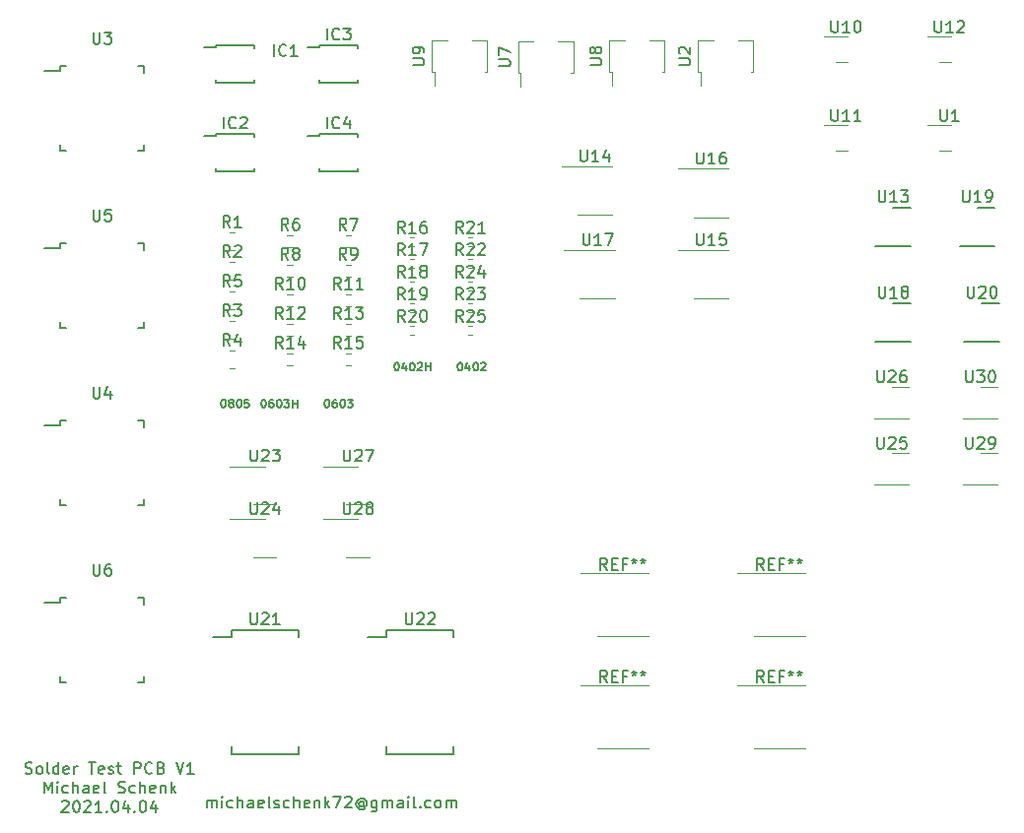
<source format=gbr>
G04 #@! TF.GenerationSoftware,KiCad,Pcbnew,(5.1.9-0-10_14)*
G04 #@! TF.CreationDate,2021-04-04T19:26:10+02:00*
G04 #@! TF.ProjectId,solder,736f6c64-6572-42e6-9b69-6361645f7063,rev?*
G04 #@! TF.SameCoordinates,Original*
G04 #@! TF.FileFunction,Legend,Top*
G04 #@! TF.FilePolarity,Positive*
%FSLAX46Y46*%
G04 Gerber Fmt 4.6, Leading zero omitted, Abs format (unit mm)*
G04 Created by KiCad (PCBNEW (5.1.9-0-10_14)) date 2021-04-04 19:26:10*
%MOMM*%
%LPD*%
G01*
G04 APERTURE LIST*
%ADD10C,0.150000*%
%ADD11C,0.120000*%
G04 APERTURE END LIST*
D10*
X146286666Y-85341666D02*
X146353333Y-85341666D01*
X146420000Y-85375000D01*
X146453333Y-85408333D01*
X146486666Y-85475000D01*
X146520000Y-85608333D01*
X146520000Y-85775000D01*
X146486666Y-85908333D01*
X146453333Y-85975000D01*
X146420000Y-86008333D01*
X146353333Y-86041666D01*
X146286666Y-86041666D01*
X146220000Y-86008333D01*
X146186666Y-85975000D01*
X146153333Y-85908333D01*
X146120000Y-85775000D01*
X146120000Y-85608333D01*
X146153333Y-85475000D01*
X146186666Y-85408333D01*
X146220000Y-85375000D01*
X146286666Y-85341666D01*
X147120000Y-85575000D02*
X147120000Y-86041666D01*
X146953333Y-85308333D02*
X146786666Y-85808333D01*
X147220000Y-85808333D01*
X147620000Y-85341666D02*
X147686666Y-85341666D01*
X147753333Y-85375000D01*
X147786666Y-85408333D01*
X147820000Y-85475000D01*
X147853333Y-85608333D01*
X147853333Y-85775000D01*
X147820000Y-85908333D01*
X147786666Y-85975000D01*
X147753333Y-86008333D01*
X147686666Y-86041666D01*
X147620000Y-86041666D01*
X147553333Y-86008333D01*
X147520000Y-85975000D01*
X147486666Y-85908333D01*
X147453333Y-85775000D01*
X147453333Y-85608333D01*
X147486666Y-85475000D01*
X147520000Y-85408333D01*
X147553333Y-85375000D01*
X147620000Y-85341666D01*
X148120000Y-85408333D02*
X148153333Y-85375000D01*
X148220000Y-85341666D01*
X148386666Y-85341666D01*
X148453333Y-85375000D01*
X148486666Y-85408333D01*
X148520000Y-85475000D01*
X148520000Y-85541666D01*
X148486666Y-85641666D01*
X148086666Y-86041666D01*
X148520000Y-86041666D01*
X140840000Y-85341666D02*
X140906666Y-85341666D01*
X140973333Y-85375000D01*
X141006666Y-85408333D01*
X141040000Y-85475000D01*
X141073333Y-85608333D01*
X141073333Y-85775000D01*
X141040000Y-85908333D01*
X141006666Y-85975000D01*
X140973333Y-86008333D01*
X140906666Y-86041666D01*
X140840000Y-86041666D01*
X140773333Y-86008333D01*
X140740000Y-85975000D01*
X140706666Y-85908333D01*
X140673333Y-85775000D01*
X140673333Y-85608333D01*
X140706666Y-85475000D01*
X140740000Y-85408333D01*
X140773333Y-85375000D01*
X140840000Y-85341666D01*
X141673333Y-85575000D02*
X141673333Y-86041666D01*
X141506666Y-85308333D02*
X141340000Y-85808333D01*
X141773333Y-85808333D01*
X142173333Y-85341666D02*
X142240000Y-85341666D01*
X142306666Y-85375000D01*
X142340000Y-85408333D01*
X142373333Y-85475000D01*
X142406666Y-85608333D01*
X142406666Y-85775000D01*
X142373333Y-85908333D01*
X142340000Y-85975000D01*
X142306666Y-86008333D01*
X142240000Y-86041666D01*
X142173333Y-86041666D01*
X142106666Y-86008333D01*
X142073333Y-85975000D01*
X142040000Y-85908333D01*
X142006666Y-85775000D01*
X142006666Y-85608333D01*
X142040000Y-85475000D01*
X142073333Y-85408333D01*
X142106666Y-85375000D01*
X142173333Y-85341666D01*
X142673333Y-85408333D02*
X142706666Y-85375000D01*
X142773333Y-85341666D01*
X142940000Y-85341666D01*
X143006666Y-85375000D01*
X143040000Y-85408333D01*
X143073333Y-85475000D01*
X143073333Y-85541666D01*
X143040000Y-85641666D01*
X142640000Y-86041666D01*
X143073333Y-86041666D01*
X143373333Y-86041666D02*
X143373333Y-85341666D01*
X143373333Y-85675000D02*
X143773333Y-85675000D01*
X143773333Y-86041666D02*
X143773333Y-85341666D01*
X134856666Y-88516666D02*
X134923333Y-88516666D01*
X134990000Y-88550000D01*
X135023333Y-88583333D01*
X135056666Y-88650000D01*
X135090000Y-88783333D01*
X135090000Y-88950000D01*
X135056666Y-89083333D01*
X135023333Y-89150000D01*
X134990000Y-89183333D01*
X134923333Y-89216666D01*
X134856666Y-89216666D01*
X134790000Y-89183333D01*
X134756666Y-89150000D01*
X134723333Y-89083333D01*
X134690000Y-88950000D01*
X134690000Y-88783333D01*
X134723333Y-88650000D01*
X134756666Y-88583333D01*
X134790000Y-88550000D01*
X134856666Y-88516666D01*
X135690000Y-88516666D02*
X135556666Y-88516666D01*
X135490000Y-88550000D01*
X135456666Y-88583333D01*
X135390000Y-88683333D01*
X135356666Y-88816666D01*
X135356666Y-89083333D01*
X135390000Y-89150000D01*
X135423333Y-89183333D01*
X135490000Y-89216666D01*
X135623333Y-89216666D01*
X135690000Y-89183333D01*
X135723333Y-89150000D01*
X135756666Y-89083333D01*
X135756666Y-88916666D01*
X135723333Y-88850000D01*
X135690000Y-88816666D01*
X135623333Y-88783333D01*
X135490000Y-88783333D01*
X135423333Y-88816666D01*
X135390000Y-88850000D01*
X135356666Y-88916666D01*
X136190000Y-88516666D02*
X136256666Y-88516666D01*
X136323333Y-88550000D01*
X136356666Y-88583333D01*
X136390000Y-88650000D01*
X136423333Y-88783333D01*
X136423333Y-88950000D01*
X136390000Y-89083333D01*
X136356666Y-89150000D01*
X136323333Y-89183333D01*
X136256666Y-89216666D01*
X136190000Y-89216666D01*
X136123333Y-89183333D01*
X136090000Y-89150000D01*
X136056666Y-89083333D01*
X136023333Y-88950000D01*
X136023333Y-88783333D01*
X136056666Y-88650000D01*
X136090000Y-88583333D01*
X136123333Y-88550000D01*
X136190000Y-88516666D01*
X136656666Y-88516666D02*
X137090000Y-88516666D01*
X136856666Y-88783333D01*
X136956666Y-88783333D01*
X137023333Y-88816666D01*
X137056666Y-88850000D01*
X137090000Y-88916666D01*
X137090000Y-89083333D01*
X137056666Y-89150000D01*
X137023333Y-89183333D01*
X136956666Y-89216666D01*
X136756666Y-89216666D01*
X136690000Y-89183333D01*
X136656666Y-89150000D01*
X129410000Y-88516666D02*
X129476666Y-88516666D01*
X129543333Y-88550000D01*
X129576666Y-88583333D01*
X129610000Y-88650000D01*
X129643333Y-88783333D01*
X129643333Y-88950000D01*
X129610000Y-89083333D01*
X129576666Y-89150000D01*
X129543333Y-89183333D01*
X129476666Y-89216666D01*
X129410000Y-89216666D01*
X129343333Y-89183333D01*
X129310000Y-89150000D01*
X129276666Y-89083333D01*
X129243333Y-88950000D01*
X129243333Y-88783333D01*
X129276666Y-88650000D01*
X129310000Y-88583333D01*
X129343333Y-88550000D01*
X129410000Y-88516666D01*
X130243333Y-88516666D02*
X130110000Y-88516666D01*
X130043333Y-88550000D01*
X130010000Y-88583333D01*
X129943333Y-88683333D01*
X129910000Y-88816666D01*
X129910000Y-89083333D01*
X129943333Y-89150000D01*
X129976666Y-89183333D01*
X130043333Y-89216666D01*
X130176666Y-89216666D01*
X130243333Y-89183333D01*
X130276666Y-89150000D01*
X130310000Y-89083333D01*
X130310000Y-88916666D01*
X130276666Y-88850000D01*
X130243333Y-88816666D01*
X130176666Y-88783333D01*
X130043333Y-88783333D01*
X129976666Y-88816666D01*
X129943333Y-88850000D01*
X129910000Y-88916666D01*
X130743333Y-88516666D02*
X130810000Y-88516666D01*
X130876666Y-88550000D01*
X130910000Y-88583333D01*
X130943333Y-88650000D01*
X130976666Y-88783333D01*
X130976666Y-88950000D01*
X130943333Y-89083333D01*
X130910000Y-89150000D01*
X130876666Y-89183333D01*
X130810000Y-89216666D01*
X130743333Y-89216666D01*
X130676666Y-89183333D01*
X130643333Y-89150000D01*
X130610000Y-89083333D01*
X130576666Y-88950000D01*
X130576666Y-88783333D01*
X130610000Y-88650000D01*
X130643333Y-88583333D01*
X130676666Y-88550000D01*
X130743333Y-88516666D01*
X131210000Y-88516666D02*
X131643333Y-88516666D01*
X131410000Y-88783333D01*
X131510000Y-88783333D01*
X131576666Y-88816666D01*
X131610000Y-88850000D01*
X131643333Y-88916666D01*
X131643333Y-89083333D01*
X131610000Y-89150000D01*
X131576666Y-89183333D01*
X131510000Y-89216666D01*
X131310000Y-89216666D01*
X131243333Y-89183333D01*
X131210000Y-89150000D01*
X131943333Y-89216666D02*
X131943333Y-88516666D01*
X131943333Y-88850000D02*
X132343333Y-88850000D01*
X132343333Y-89216666D02*
X132343333Y-88516666D01*
X125966666Y-88516666D02*
X126033333Y-88516666D01*
X126100000Y-88550000D01*
X126133333Y-88583333D01*
X126166666Y-88650000D01*
X126200000Y-88783333D01*
X126200000Y-88950000D01*
X126166666Y-89083333D01*
X126133333Y-89150000D01*
X126100000Y-89183333D01*
X126033333Y-89216666D01*
X125966666Y-89216666D01*
X125900000Y-89183333D01*
X125866666Y-89150000D01*
X125833333Y-89083333D01*
X125800000Y-88950000D01*
X125800000Y-88783333D01*
X125833333Y-88650000D01*
X125866666Y-88583333D01*
X125900000Y-88550000D01*
X125966666Y-88516666D01*
X126600000Y-88816666D02*
X126533333Y-88783333D01*
X126500000Y-88750000D01*
X126466666Y-88683333D01*
X126466666Y-88650000D01*
X126500000Y-88583333D01*
X126533333Y-88550000D01*
X126600000Y-88516666D01*
X126733333Y-88516666D01*
X126800000Y-88550000D01*
X126833333Y-88583333D01*
X126866666Y-88650000D01*
X126866666Y-88683333D01*
X126833333Y-88750000D01*
X126800000Y-88783333D01*
X126733333Y-88816666D01*
X126600000Y-88816666D01*
X126533333Y-88850000D01*
X126500000Y-88883333D01*
X126466666Y-88950000D01*
X126466666Y-89083333D01*
X126500000Y-89150000D01*
X126533333Y-89183333D01*
X126600000Y-89216666D01*
X126733333Y-89216666D01*
X126800000Y-89183333D01*
X126833333Y-89150000D01*
X126866666Y-89083333D01*
X126866666Y-88950000D01*
X126833333Y-88883333D01*
X126800000Y-88850000D01*
X126733333Y-88816666D01*
X127300000Y-88516666D02*
X127366666Y-88516666D01*
X127433333Y-88550000D01*
X127466666Y-88583333D01*
X127500000Y-88650000D01*
X127533333Y-88783333D01*
X127533333Y-88950000D01*
X127500000Y-89083333D01*
X127466666Y-89150000D01*
X127433333Y-89183333D01*
X127366666Y-89216666D01*
X127300000Y-89216666D01*
X127233333Y-89183333D01*
X127200000Y-89150000D01*
X127166666Y-89083333D01*
X127133333Y-88950000D01*
X127133333Y-88783333D01*
X127166666Y-88650000D01*
X127200000Y-88583333D01*
X127233333Y-88550000D01*
X127300000Y-88516666D01*
X128166666Y-88516666D02*
X127833333Y-88516666D01*
X127800000Y-88850000D01*
X127833333Y-88816666D01*
X127900000Y-88783333D01*
X128066666Y-88783333D01*
X128133333Y-88816666D01*
X128166666Y-88850000D01*
X128200000Y-88916666D01*
X128200000Y-89083333D01*
X128166666Y-89150000D01*
X128133333Y-89183333D01*
X128066666Y-89216666D01*
X127900000Y-89216666D01*
X127833333Y-89183333D01*
X127800000Y-89150000D01*
X124540714Y-123642380D02*
X124540714Y-122975714D01*
X124540714Y-123070952D02*
X124588333Y-123023333D01*
X124683571Y-122975714D01*
X124826428Y-122975714D01*
X124921666Y-123023333D01*
X124969285Y-123118571D01*
X124969285Y-123642380D01*
X124969285Y-123118571D02*
X125016904Y-123023333D01*
X125112142Y-122975714D01*
X125255000Y-122975714D01*
X125350238Y-123023333D01*
X125397857Y-123118571D01*
X125397857Y-123642380D01*
X125874047Y-123642380D02*
X125874047Y-122975714D01*
X125874047Y-122642380D02*
X125826428Y-122690000D01*
X125874047Y-122737619D01*
X125921666Y-122690000D01*
X125874047Y-122642380D01*
X125874047Y-122737619D01*
X126778809Y-123594761D02*
X126683571Y-123642380D01*
X126493095Y-123642380D01*
X126397857Y-123594761D01*
X126350238Y-123547142D01*
X126302619Y-123451904D01*
X126302619Y-123166190D01*
X126350238Y-123070952D01*
X126397857Y-123023333D01*
X126493095Y-122975714D01*
X126683571Y-122975714D01*
X126778809Y-123023333D01*
X127207380Y-123642380D02*
X127207380Y-122642380D01*
X127635952Y-123642380D02*
X127635952Y-123118571D01*
X127588333Y-123023333D01*
X127493095Y-122975714D01*
X127350238Y-122975714D01*
X127255000Y-123023333D01*
X127207380Y-123070952D01*
X128540714Y-123642380D02*
X128540714Y-123118571D01*
X128493095Y-123023333D01*
X128397857Y-122975714D01*
X128207380Y-122975714D01*
X128112142Y-123023333D01*
X128540714Y-123594761D02*
X128445476Y-123642380D01*
X128207380Y-123642380D01*
X128112142Y-123594761D01*
X128064523Y-123499523D01*
X128064523Y-123404285D01*
X128112142Y-123309047D01*
X128207380Y-123261428D01*
X128445476Y-123261428D01*
X128540714Y-123213809D01*
X129397857Y-123594761D02*
X129302619Y-123642380D01*
X129112142Y-123642380D01*
X129016904Y-123594761D01*
X128969285Y-123499523D01*
X128969285Y-123118571D01*
X129016904Y-123023333D01*
X129112142Y-122975714D01*
X129302619Y-122975714D01*
X129397857Y-123023333D01*
X129445476Y-123118571D01*
X129445476Y-123213809D01*
X128969285Y-123309047D01*
X130016904Y-123642380D02*
X129921666Y-123594761D01*
X129874047Y-123499523D01*
X129874047Y-122642380D01*
X130350238Y-123594761D02*
X130445476Y-123642380D01*
X130635952Y-123642380D01*
X130731190Y-123594761D01*
X130778809Y-123499523D01*
X130778809Y-123451904D01*
X130731190Y-123356666D01*
X130635952Y-123309047D01*
X130493095Y-123309047D01*
X130397857Y-123261428D01*
X130350238Y-123166190D01*
X130350238Y-123118571D01*
X130397857Y-123023333D01*
X130493095Y-122975714D01*
X130635952Y-122975714D01*
X130731190Y-123023333D01*
X131635952Y-123594761D02*
X131540714Y-123642380D01*
X131350238Y-123642380D01*
X131255000Y-123594761D01*
X131207380Y-123547142D01*
X131159761Y-123451904D01*
X131159761Y-123166190D01*
X131207380Y-123070952D01*
X131255000Y-123023333D01*
X131350238Y-122975714D01*
X131540714Y-122975714D01*
X131635952Y-123023333D01*
X132064523Y-123642380D02*
X132064523Y-122642380D01*
X132493095Y-123642380D02*
X132493095Y-123118571D01*
X132445476Y-123023333D01*
X132350238Y-122975714D01*
X132207380Y-122975714D01*
X132112142Y-123023333D01*
X132064523Y-123070952D01*
X133350238Y-123594761D02*
X133255000Y-123642380D01*
X133064523Y-123642380D01*
X132969285Y-123594761D01*
X132921666Y-123499523D01*
X132921666Y-123118571D01*
X132969285Y-123023333D01*
X133064523Y-122975714D01*
X133255000Y-122975714D01*
X133350238Y-123023333D01*
X133397857Y-123118571D01*
X133397857Y-123213809D01*
X132921666Y-123309047D01*
X133826428Y-122975714D02*
X133826428Y-123642380D01*
X133826428Y-123070952D02*
X133874047Y-123023333D01*
X133969285Y-122975714D01*
X134112142Y-122975714D01*
X134207380Y-123023333D01*
X134255000Y-123118571D01*
X134255000Y-123642380D01*
X134731190Y-123642380D02*
X134731190Y-122642380D01*
X134826428Y-123261428D02*
X135112142Y-123642380D01*
X135112142Y-122975714D02*
X134731190Y-123356666D01*
X135445476Y-122642380D02*
X136112142Y-122642380D01*
X135683571Y-123642380D01*
X136445476Y-122737619D02*
X136493095Y-122690000D01*
X136588333Y-122642380D01*
X136826428Y-122642380D01*
X136921666Y-122690000D01*
X136969285Y-122737619D01*
X137016904Y-122832857D01*
X137016904Y-122928095D01*
X136969285Y-123070952D01*
X136397857Y-123642380D01*
X137016904Y-123642380D01*
X138064523Y-123166190D02*
X138016904Y-123118571D01*
X137921666Y-123070952D01*
X137826428Y-123070952D01*
X137731190Y-123118571D01*
X137683571Y-123166190D01*
X137635952Y-123261428D01*
X137635952Y-123356666D01*
X137683571Y-123451904D01*
X137731190Y-123499523D01*
X137826428Y-123547142D01*
X137921666Y-123547142D01*
X138016904Y-123499523D01*
X138064523Y-123451904D01*
X138064523Y-123070952D02*
X138064523Y-123451904D01*
X138112142Y-123499523D01*
X138159761Y-123499523D01*
X138255000Y-123451904D01*
X138302619Y-123356666D01*
X138302619Y-123118571D01*
X138207380Y-122975714D01*
X138064523Y-122880476D01*
X137874047Y-122832857D01*
X137683571Y-122880476D01*
X137540714Y-122975714D01*
X137445476Y-123118571D01*
X137397857Y-123309047D01*
X137445476Y-123499523D01*
X137540714Y-123642380D01*
X137683571Y-123737619D01*
X137874047Y-123785238D01*
X138064523Y-123737619D01*
X138207380Y-123642380D01*
X139159761Y-122975714D02*
X139159761Y-123785238D01*
X139112142Y-123880476D01*
X139064523Y-123928095D01*
X138969285Y-123975714D01*
X138826428Y-123975714D01*
X138731190Y-123928095D01*
X139159761Y-123594761D02*
X139064523Y-123642380D01*
X138874047Y-123642380D01*
X138778809Y-123594761D01*
X138731190Y-123547142D01*
X138683571Y-123451904D01*
X138683571Y-123166190D01*
X138731190Y-123070952D01*
X138778809Y-123023333D01*
X138874047Y-122975714D01*
X139064523Y-122975714D01*
X139159761Y-123023333D01*
X139635952Y-123642380D02*
X139635952Y-122975714D01*
X139635952Y-123070952D02*
X139683571Y-123023333D01*
X139778809Y-122975714D01*
X139921666Y-122975714D01*
X140016904Y-123023333D01*
X140064523Y-123118571D01*
X140064523Y-123642380D01*
X140064523Y-123118571D02*
X140112142Y-123023333D01*
X140207380Y-122975714D01*
X140350238Y-122975714D01*
X140445476Y-123023333D01*
X140493095Y-123118571D01*
X140493095Y-123642380D01*
X141397857Y-123642380D02*
X141397857Y-123118571D01*
X141350238Y-123023333D01*
X141255000Y-122975714D01*
X141064523Y-122975714D01*
X140969285Y-123023333D01*
X141397857Y-123594761D02*
X141302619Y-123642380D01*
X141064523Y-123642380D01*
X140969285Y-123594761D01*
X140921666Y-123499523D01*
X140921666Y-123404285D01*
X140969285Y-123309047D01*
X141064523Y-123261428D01*
X141302619Y-123261428D01*
X141397857Y-123213809D01*
X141874047Y-123642380D02*
X141874047Y-122975714D01*
X141874047Y-122642380D02*
X141826428Y-122690000D01*
X141874047Y-122737619D01*
X141921666Y-122690000D01*
X141874047Y-122642380D01*
X141874047Y-122737619D01*
X142493095Y-123642380D02*
X142397857Y-123594761D01*
X142350238Y-123499523D01*
X142350238Y-122642380D01*
X142874047Y-123547142D02*
X142921666Y-123594761D01*
X142874047Y-123642380D01*
X142826428Y-123594761D01*
X142874047Y-123547142D01*
X142874047Y-123642380D01*
X143778809Y-123594761D02*
X143683571Y-123642380D01*
X143493095Y-123642380D01*
X143397857Y-123594761D01*
X143350238Y-123547142D01*
X143302619Y-123451904D01*
X143302619Y-123166190D01*
X143350238Y-123070952D01*
X143397857Y-123023333D01*
X143493095Y-122975714D01*
X143683571Y-122975714D01*
X143778809Y-123023333D01*
X144350238Y-123642380D02*
X144255000Y-123594761D01*
X144207380Y-123547142D01*
X144159761Y-123451904D01*
X144159761Y-123166190D01*
X144207380Y-123070952D01*
X144255000Y-123023333D01*
X144350238Y-122975714D01*
X144493095Y-122975714D01*
X144588333Y-123023333D01*
X144635952Y-123070952D01*
X144683571Y-123166190D01*
X144683571Y-123451904D01*
X144635952Y-123547142D01*
X144588333Y-123594761D01*
X144493095Y-123642380D01*
X144350238Y-123642380D01*
X145112142Y-123642380D02*
X145112142Y-122975714D01*
X145112142Y-123070952D02*
X145159761Y-123023333D01*
X145255000Y-122975714D01*
X145397857Y-122975714D01*
X145493095Y-123023333D01*
X145540714Y-123118571D01*
X145540714Y-123642380D01*
X145540714Y-123118571D02*
X145588333Y-123023333D01*
X145683571Y-122975714D01*
X145826428Y-122975714D01*
X145921666Y-123023333D01*
X145969285Y-123118571D01*
X145969285Y-123642380D01*
X108966904Y-120674761D02*
X109109761Y-120722380D01*
X109347857Y-120722380D01*
X109443095Y-120674761D01*
X109490714Y-120627142D01*
X109538333Y-120531904D01*
X109538333Y-120436666D01*
X109490714Y-120341428D01*
X109443095Y-120293809D01*
X109347857Y-120246190D01*
X109157380Y-120198571D01*
X109062142Y-120150952D01*
X109014523Y-120103333D01*
X108966904Y-120008095D01*
X108966904Y-119912857D01*
X109014523Y-119817619D01*
X109062142Y-119770000D01*
X109157380Y-119722380D01*
X109395476Y-119722380D01*
X109538333Y-119770000D01*
X110109761Y-120722380D02*
X110014523Y-120674761D01*
X109966904Y-120627142D01*
X109919285Y-120531904D01*
X109919285Y-120246190D01*
X109966904Y-120150952D01*
X110014523Y-120103333D01*
X110109761Y-120055714D01*
X110252619Y-120055714D01*
X110347857Y-120103333D01*
X110395476Y-120150952D01*
X110443095Y-120246190D01*
X110443095Y-120531904D01*
X110395476Y-120627142D01*
X110347857Y-120674761D01*
X110252619Y-120722380D01*
X110109761Y-120722380D01*
X111014523Y-120722380D02*
X110919285Y-120674761D01*
X110871666Y-120579523D01*
X110871666Y-119722380D01*
X111824047Y-120722380D02*
X111824047Y-119722380D01*
X111824047Y-120674761D02*
X111728809Y-120722380D01*
X111538333Y-120722380D01*
X111443095Y-120674761D01*
X111395476Y-120627142D01*
X111347857Y-120531904D01*
X111347857Y-120246190D01*
X111395476Y-120150952D01*
X111443095Y-120103333D01*
X111538333Y-120055714D01*
X111728809Y-120055714D01*
X111824047Y-120103333D01*
X112681190Y-120674761D02*
X112585952Y-120722380D01*
X112395476Y-120722380D01*
X112300238Y-120674761D01*
X112252619Y-120579523D01*
X112252619Y-120198571D01*
X112300238Y-120103333D01*
X112395476Y-120055714D01*
X112585952Y-120055714D01*
X112681190Y-120103333D01*
X112728809Y-120198571D01*
X112728809Y-120293809D01*
X112252619Y-120389047D01*
X113157380Y-120722380D02*
X113157380Y-120055714D01*
X113157380Y-120246190D02*
X113205000Y-120150952D01*
X113252619Y-120103333D01*
X113347857Y-120055714D01*
X113443095Y-120055714D01*
X114395476Y-119722380D02*
X114966904Y-119722380D01*
X114681190Y-120722380D02*
X114681190Y-119722380D01*
X115681190Y-120674761D02*
X115585952Y-120722380D01*
X115395476Y-120722380D01*
X115300238Y-120674761D01*
X115252619Y-120579523D01*
X115252619Y-120198571D01*
X115300238Y-120103333D01*
X115395476Y-120055714D01*
X115585952Y-120055714D01*
X115681190Y-120103333D01*
X115728809Y-120198571D01*
X115728809Y-120293809D01*
X115252619Y-120389047D01*
X116109761Y-120674761D02*
X116205000Y-120722380D01*
X116395476Y-120722380D01*
X116490714Y-120674761D01*
X116538333Y-120579523D01*
X116538333Y-120531904D01*
X116490714Y-120436666D01*
X116395476Y-120389047D01*
X116252619Y-120389047D01*
X116157380Y-120341428D01*
X116109761Y-120246190D01*
X116109761Y-120198571D01*
X116157380Y-120103333D01*
X116252619Y-120055714D01*
X116395476Y-120055714D01*
X116490714Y-120103333D01*
X116824047Y-120055714D02*
X117205000Y-120055714D01*
X116966904Y-119722380D02*
X116966904Y-120579523D01*
X117014523Y-120674761D01*
X117109761Y-120722380D01*
X117205000Y-120722380D01*
X118300238Y-120722380D02*
X118300238Y-119722380D01*
X118681190Y-119722380D01*
X118776428Y-119770000D01*
X118824047Y-119817619D01*
X118871666Y-119912857D01*
X118871666Y-120055714D01*
X118824047Y-120150952D01*
X118776428Y-120198571D01*
X118681190Y-120246190D01*
X118300238Y-120246190D01*
X119871666Y-120627142D02*
X119824047Y-120674761D01*
X119681190Y-120722380D01*
X119585952Y-120722380D01*
X119443095Y-120674761D01*
X119347857Y-120579523D01*
X119300238Y-120484285D01*
X119252619Y-120293809D01*
X119252619Y-120150952D01*
X119300238Y-119960476D01*
X119347857Y-119865238D01*
X119443095Y-119770000D01*
X119585952Y-119722380D01*
X119681190Y-119722380D01*
X119824047Y-119770000D01*
X119871666Y-119817619D01*
X120633571Y-120198571D02*
X120776428Y-120246190D01*
X120824047Y-120293809D01*
X120871666Y-120389047D01*
X120871666Y-120531904D01*
X120824047Y-120627142D01*
X120776428Y-120674761D01*
X120681190Y-120722380D01*
X120300238Y-120722380D01*
X120300238Y-119722380D01*
X120633571Y-119722380D01*
X120728809Y-119770000D01*
X120776428Y-119817619D01*
X120824047Y-119912857D01*
X120824047Y-120008095D01*
X120776428Y-120103333D01*
X120728809Y-120150952D01*
X120633571Y-120198571D01*
X120300238Y-120198571D01*
X121919285Y-119722380D02*
X122252619Y-120722380D01*
X122585952Y-119722380D01*
X123443095Y-120722380D02*
X122871666Y-120722380D01*
X123157380Y-120722380D02*
X123157380Y-119722380D01*
X123062142Y-119865238D01*
X122966904Y-119960476D01*
X122871666Y-120008095D01*
X110585952Y-122372380D02*
X110585952Y-121372380D01*
X110919285Y-122086666D01*
X111252619Y-121372380D01*
X111252619Y-122372380D01*
X111728809Y-122372380D02*
X111728809Y-121705714D01*
X111728809Y-121372380D02*
X111681190Y-121420000D01*
X111728809Y-121467619D01*
X111776428Y-121420000D01*
X111728809Y-121372380D01*
X111728809Y-121467619D01*
X112633571Y-122324761D02*
X112538333Y-122372380D01*
X112347857Y-122372380D01*
X112252619Y-122324761D01*
X112205000Y-122277142D01*
X112157380Y-122181904D01*
X112157380Y-121896190D01*
X112205000Y-121800952D01*
X112252619Y-121753333D01*
X112347857Y-121705714D01*
X112538333Y-121705714D01*
X112633571Y-121753333D01*
X113062142Y-122372380D02*
X113062142Y-121372380D01*
X113490714Y-122372380D02*
X113490714Y-121848571D01*
X113443095Y-121753333D01*
X113347857Y-121705714D01*
X113205000Y-121705714D01*
X113109761Y-121753333D01*
X113062142Y-121800952D01*
X114395476Y-122372380D02*
X114395476Y-121848571D01*
X114347857Y-121753333D01*
X114252619Y-121705714D01*
X114062142Y-121705714D01*
X113966904Y-121753333D01*
X114395476Y-122324761D02*
X114300238Y-122372380D01*
X114062142Y-122372380D01*
X113966904Y-122324761D01*
X113919285Y-122229523D01*
X113919285Y-122134285D01*
X113966904Y-122039047D01*
X114062142Y-121991428D01*
X114300238Y-121991428D01*
X114395476Y-121943809D01*
X115252619Y-122324761D02*
X115157380Y-122372380D01*
X114966904Y-122372380D01*
X114871666Y-122324761D01*
X114824047Y-122229523D01*
X114824047Y-121848571D01*
X114871666Y-121753333D01*
X114966904Y-121705714D01*
X115157380Y-121705714D01*
X115252619Y-121753333D01*
X115300238Y-121848571D01*
X115300238Y-121943809D01*
X114824047Y-122039047D01*
X115871666Y-122372380D02*
X115776428Y-122324761D01*
X115728809Y-122229523D01*
X115728809Y-121372380D01*
X116966904Y-122324761D02*
X117109761Y-122372380D01*
X117347857Y-122372380D01*
X117443095Y-122324761D01*
X117490714Y-122277142D01*
X117538333Y-122181904D01*
X117538333Y-122086666D01*
X117490714Y-121991428D01*
X117443095Y-121943809D01*
X117347857Y-121896190D01*
X117157380Y-121848571D01*
X117062142Y-121800952D01*
X117014523Y-121753333D01*
X116966904Y-121658095D01*
X116966904Y-121562857D01*
X117014523Y-121467619D01*
X117062142Y-121420000D01*
X117157380Y-121372380D01*
X117395476Y-121372380D01*
X117538333Y-121420000D01*
X118395476Y-122324761D02*
X118300238Y-122372380D01*
X118109761Y-122372380D01*
X118014523Y-122324761D01*
X117966904Y-122277142D01*
X117919285Y-122181904D01*
X117919285Y-121896190D01*
X117966904Y-121800952D01*
X118014523Y-121753333D01*
X118109761Y-121705714D01*
X118300238Y-121705714D01*
X118395476Y-121753333D01*
X118824047Y-122372380D02*
X118824047Y-121372380D01*
X119252619Y-122372380D02*
X119252619Y-121848571D01*
X119205000Y-121753333D01*
X119109761Y-121705714D01*
X118966904Y-121705714D01*
X118871666Y-121753333D01*
X118824047Y-121800952D01*
X120109761Y-122324761D02*
X120014523Y-122372380D01*
X119824047Y-122372380D01*
X119728809Y-122324761D01*
X119681190Y-122229523D01*
X119681190Y-121848571D01*
X119728809Y-121753333D01*
X119824047Y-121705714D01*
X120014523Y-121705714D01*
X120109761Y-121753333D01*
X120157380Y-121848571D01*
X120157380Y-121943809D01*
X119681190Y-122039047D01*
X120585952Y-121705714D02*
X120585952Y-122372380D01*
X120585952Y-121800952D02*
X120633571Y-121753333D01*
X120728809Y-121705714D01*
X120871666Y-121705714D01*
X120966904Y-121753333D01*
X121014523Y-121848571D01*
X121014523Y-122372380D01*
X121490714Y-122372380D02*
X121490714Y-121372380D01*
X121585952Y-121991428D02*
X121871666Y-122372380D01*
X121871666Y-121705714D02*
X121490714Y-122086666D01*
X112109761Y-123117619D02*
X112157380Y-123070000D01*
X112252619Y-123022380D01*
X112490714Y-123022380D01*
X112585952Y-123070000D01*
X112633571Y-123117619D01*
X112681190Y-123212857D01*
X112681190Y-123308095D01*
X112633571Y-123450952D01*
X112062142Y-124022380D01*
X112681190Y-124022380D01*
X113300238Y-123022380D02*
X113395476Y-123022380D01*
X113490714Y-123070000D01*
X113538333Y-123117619D01*
X113585952Y-123212857D01*
X113633571Y-123403333D01*
X113633571Y-123641428D01*
X113585952Y-123831904D01*
X113538333Y-123927142D01*
X113490714Y-123974761D01*
X113395476Y-124022380D01*
X113300238Y-124022380D01*
X113205000Y-123974761D01*
X113157380Y-123927142D01*
X113109761Y-123831904D01*
X113062142Y-123641428D01*
X113062142Y-123403333D01*
X113109761Y-123212857D01*
X113157380Y-123117619D01*
X113205000Y-123070000D01*
X113300238Y-123022380D01*
X114014523Y-123117619D02*
X114062142Y-123070000D01*
X114157380Y-123022380D01*
X114395476Y-123022380D01*
X114490714Y-123070000D01*
X114538333Y-123117619D01*
X114585952Y-123212857D01*
X114585952Y-123308095D01*
X114538333Y-123450952D01*
X113966904Y-124022380D01*
X114585952Y-124022380D01*
X115538333Y-124022380D02*
X114966904Y-124022380D01*
X115252619Y-124022380D02*
X115252619Y-123022380D01*
X115157380Y-123165238D01*
X115062142Y-123260476D01*
X114966904Y-123308095D01*
X115966904Y-123927142D02*
X116014523Y-123974761D01*
X115966904Y-124022380D01*
X115919285Y-123974761D01*
X115966904Y-123927142D01*
X115966904Y-124022380D01*
X116633571Y-123022380D02*
X116728809Y-123022380D01*
X116824047Y-123070000D01*
X116871666Y-123117619D01*
X116919285Y-123212857D01*
X116966904Y-123403333D01*
X116966904Y-123641428D01*
X116919285Y-123831904D01*
X116871666Y-123927142D01*
X116824047Y-123974761D01*
X116728809Y-124022380D01*
X116633571Y-124022380D01*
X116538333Y-123974761D01*
X116490714Y-123927142D01*
X116443095Y-123831904D01*
X116395476Y-123641428D01*
X116395476Y-123403333D01*
X116443095Y-123212857D01*
X116490714Y-123117619D01*
X116538333Y-123070000D01*
X116633571Y-123022380D01*
X117824047Y-123355714D02*
X117824047Y-124022380D01*
X117585952Y-122974761D02*
X117347857Y-123689047D01*
X117966904Y-123689047D01*
X118347857Y-123927142D02*
X118395476Y-123974761D01*
X118347857Y-124022380D01*
X118300238Y-123974761D01*
X118347857Y-123927142D01*
X118347857Y-124022380D01*
X119014523Y-123022380D02*
X119109761Y-123022380D01*
X119205000Y-123070000D01*
X119252619Y-123117619D01*
X119300238Y-123212857D01*
X119347857Y-123403333D01*
X119347857Y-123641428D01*
X119300238Y-123831904D01*
X119252619Y-123927142D01*
X119205000Y-123974761D01*
X119109761Y-124022380D01*
X119014523Y-124022380D01*
X118919285Y-123974761D01*
X118871666Y-123927142D01*
X118824047Y-123831904D01*
X118776428Y-123641428D01*
X118776428Y-123403333D01*
X118824047Y-123212857D01*
X118871666Y-123117619D01*
X118919285Y-123070000D01*
X119014523Y-123022380D01*
X120205000Y-123355714D02*
X120205000Y-124022380D01*
X119966904Y-122974761D02*
X119728809Y-123689047D01*
X120347857Y-123689047D01*
D11*
X173736000Y-108907000D02*
X175936000Y-108907000D01*
X173736000Y-108907000D02*
X171536000Y-108907000D01*
X173736000Y-103437000D02*
X175936000Y-103437000D01*
X173736000Y-103437000D02*
X170136000Y-103437000D01*
X160274000Y-103437000D02*
X156674000Y-103437000D01*
X160274000Y-103437000D02*
X162474000Y-103437000D01*
X160274000Y-108907000D02*
X158074000Y-108907000D01*
X160274000Y-108907000D02*
X162474000Y-108907000D01*
X173736000Y-113089000D02*
X170136000Y-113089000D01*
X173736000Y-113089000D02*
X175936000Y-113089000D01*
X173736000Y-118559000D02*
X171536000Y-118559000D01*
X173736000Y-118559000D02*
X175936000Y-118559000D01*
X160274000Y-118559000D02*
X162474000Y-118559000D01*
X160274000Y-118559000D02*
X158074000Y-118559000D01*
X160274000Y-113089000D02*
X162474000Y-113089000D01*
X160274000Y-113089000D02*
X156674000Y-113089000D01*
X189502500Y-90145000D02*
X192502500Y-90145000D01*
X191002500Y-87425000D02*
X192502500Y-87425000D01*
X189502500Y-95860000D02*
X192502500Y-95860000D01*
X191002500Y-93140000D02*
X192502500Y-93140000D01*
X137550000Y-98815000D02*
X134550000Y-98815000D01*
X138550000Y-102055000D02*
X136550000Y-102055000D01*
X137550000Y-94265000D02*
X134550000Y-94265000D01*
X138550000Y-97505000D02*
X136550000Y-97505000D01*
X181882500Y-90145000D02*
X184882500Y-90145000D01*
X183382500Y-87425000D02*
X184882500Y-87425000D01*
X181882500Y-95860000D02*
X184882500Y-95860000D01*
X183382500Y-93140000D02*
X184882500Y-93140000D01*
X129540000Y-98815000D02*
X126540000Y-98815000D01*
X130540000Y-102055000D02*
X128540000Y-102055000D01*
X129540000Y-94265000D02*
X126540000Y-94265000D01*
X130540000Y-97505000D02*
X128540000Y-97505000D01*
D10*
X140000000Y-108915000D02*
X138400000Y-108915000D01*
X140000000Y-118990000D02*
X145750000Y-118990000D01*
X140000000Y-108340000D02*
X145750000Y-108340000D01*
X140000000Y-118990000D02*
X140000000Y-118340000D01*
X145750000Y-118990000D02*
X145750000Y-118340000D01*
X145750000Y-108340000D02*
X145750000Y-108990000D01*
X140000000Y-108340000D02*
X140000000Y-108915000D01*
X126665000Y-108915000D02*
X125065000Y-108915000D01*
X126665000Y-118990000D02*
X132415000Y-118990000D01*
X126665000Y-108340000D02*
X132415000Y-108340000D01*
X126665000Y-118990000D02*
X126665000Y-118340000D01*
X132415000Y-118990000D02*
X132415000Y-118340000D01*
X132415000Y-108340000D02*
X132415000Y-108990000D01*
X126665000Y-108340000D02*
X126665000Y-108915000D01*
X191135000Y-80265000D02*
X192635000Y-80265000D01*
X189635000Y-83565000D02*
X192635000Y-83565000D01*
X190747500Y-72025000D02*
X192247500Y-72025000D01*
X189247500Y-75325000D02*
X192247500Y-75325000D01*
X183515000Y-80265000D02*
X185015000Y-80265000D01*
X182015000Y-83565000D02*
X185015000Y-83565000D01*
X183515000Y-72010000D02*
X185015000Y-72010000D01*
X182015000Y-75310000D02*
X185015000Y-75310000D01*
D11*
X158115000Y-75640000D02*
X155240000Y-75640000D01*
X158115000Y-75640000D02*
X159615000Y-75640000D01*
X158115000Y-79860000D02*
X156615000Y-79860000D01*
X158115000Y-79860000D02*
X159615000Y-79860000D01*
X167885000Y-68655000D02*
X165010000Y-68655000D01*
X167885000Y-68655000D02*
X169385000Y-68655000D01*
X167885000Y-72875000D02*
X166385000Y-72875000D01*
X167885000Y-72875000D02*
X169385000Y-72875000D01*
X167885000Y-75640000D02*
X165010000Y-75640000D01*
X167885000Y-75640000D02*
X169385000Y-75640000D01*
X167885000Y-79860000D02*
X166385000Y-79860000D01*
X167885000Y-79860000D02*
X169385000Y-79860000D01*
X157890000Y-68450000D02*
X155015000Y-68450000D01*
X157890000Y-68450000D02*
X159390000Y-68450000D01*
X157890000Y-72670000D02*
X156390000Y-72670000D01*
X157890000Y-72670000D02*
X159390000Y-72670000D01*
X147041359Y-82930000D02*
X147348641Y-82930000D01*
X147041359Y-82170000D02*
X147348641Y-82170000D01*
X147041359Y-79120000D02*
X147348641Y-79120000D01*
X147041359Y-78360000D02*
X147348641Y-78360000D01*
X147041359Y-81025000D02*
X147348641Y-81025000D01*
X147041359Y-80265000D02*
X147348641Y-80265000D01*
X147041359Y-77215000D02*
X147348641Y-77215000D01*
X147041359Y-76455000D02*
X147348641Y-76455000D01*
X147041359Y-75310000D02*
X147348641Y-75310000D01*
X147041359Y-74550000D02*
X147348641Y-74550000D01*
X142034879Y-82930000D02*
X142370121Y-82930000D01*
X142034879Y-82170000D02*
X142370121Y-82170000D01*
X142034879Y-81025000D02*
X142370121Y-81025000D01*
X142034879Y-80265000D02*
X142370121Y-80265000D01*
X142034879Y-79120000D02*
X142370121Y-79120000D01*
X142034879Y-78360000D02*
X142370121Y-78360000D01*
X142034879Y-77215000D02*
X142370121Y-77215000D01*
X142034879Y-76455000D02*
X142370121Y-76455000D01*
X142034879Y-75310000D02*
X142370121Y-75310000D01*
X142034879Y-74550000D02*
X142370121Y-74550000D01*
X186460000Y-57300000D02*
X188460000Y-57300000D01*
X188460000Y-59540000D02*
X187460000Y-59540000D01*
X177570000Y-64920000D02*
X179570000Y-64920000D01*
X179570000Y-67160000D02*
X178570000Y-67160000D01*
X177570000Y-57300000D02*
X179570000Y-57300000D01*
X179570000Y-59540000D02*
X178570000Y-59540000D01*
X148640000Y-60370000D02*
X148410000Y-60370000D01*
X143920000Y-60370000D02*
X144150000Y-60370000D01*
X143920000Y-60370000D02*
X143920000Y-57650000D01*
X143920000Y-57650000D02*
X145230000Y-57650000D01*
X144150000Y-61510000D02*
X144150000Y-60370000D01*
X148640000Y-57650000D02*
X148640000Y-60370000D01*
X147330000Y-57650000D02*
X148640000Y-57650000D01*
X163880000Y-60370000D02*
X163650000Y-60370000D01*
X159160000Y-60370000D02*
X159390000Y-60370000D01*
X159160000Y-60370000D02*
X159160000Y-57650000D01*
X159160000Y-57650000D02*
X160470000Y-57650000D01*
X159390000Y-61510000D02*
X159390000Y-60370000D01*
X163880000Y-57650000D02*
X163880000Y-60370000D01*
X162570000Y-57650000D02*
X163880000Y-57650000D01*
X156030000Y-60457500D02*
X155800000Y-60457500D01*
X151310000Y-60457500D02*
X151540000Y-60457500D01*
X151310000Y-60457500D02*
X151310000Y-57737500D01*
X151310000Y-57737500D02*
X152620000Y-57737500D01*
X151540000Y-61597500D02*
X151540000Y-60457500D01*
X156030000Y-57737500D02*
X156030000Y-60457500D01*
X154720000Y-57737500D02*
X156030000Y-57737500D01*
X136477742Y-85612500D02*
X136952258Y-85612500D01*
X136477742Y-84567500D02*
X136952258Y-84567500D01*
X131467776Y-85612500D02*
X131977224Y-85612500D01*
X131467776Y-84567500D02*
X131977224Y-84567500D01*
X136477742Y-83072500D02*
X136952258Y-83072500D01*
X136477742Y-82027500D02*
X136952258Y-82027500D01*
X131467776Y-83072500D02*
X131977224Y-83072500D01*
X131467776Y-82027500D02*
X131977224Y-82027500D01*
X136477742Y-80532500D02*
X136952258Y-80532500D01*
X136477742Y-79487500D02*
X136952258Y-79487500D01*
X131467776Y-80532500D02*
X131977224Y-80532500D01*
X131467776Y-79487500D02*
X131977224Y-79487500D01*
X136477742Y-77992500D02*
X136952258Y-77992500D01*
X136477742Y-76947500D02*
X136952258Y-76947500D01*
X131467776Y-77992500D02*
X131977224Y-77992500D01*
X131467776Y-76947500D02*
X131977224Y-76947500D01*
X136477742Y-75452500D02*
X136952258Y-75452500D01*
X136477742Y-74407500D02*
X136952258Y-74407500D01*
X131467776Y-75452500D02*
X131977224Y-75452500D01*
X131467776Y-74407500D02*
X131977224Y-74407500D01*
D10*
X111945000Y-105595000D02*
X111945000Y-106020000D01*
X119195000Y-105595000D02*
X119195000Y-106120000D01*
X119195000Y-112845000D02*
X119195000Y-112320000D01*
X111945000Y-112845000D02*
X111945000Y-112320000D01*
X111945000Y-105595000D02*
X112470000Y-105595000D01*
X111945000Y-112845000D02*
X112470000Y-112845000D01*
X119195000Y-112845000D02*
X118670000Y-112845000D01*
X119195000Y-105595000D02*
X118670000Y-105595000D01*
X111945000Y-106020000D02*
X110570000Y-106020000D01*
X111945000Y-75115000D02*
X111945000Y-75540000D01*
X119195000Y-75115000D02*
X119195000Y-75640000D01*
X119195000Y-82365000D02*
X119195000Y-81840000D01*
X111945000Y-82365000D02*
X111945000Y-81840000D01*
X111945000Y-75115000D02*
X112470000Y-75115000D01*
X111945000Y-82365000D02*
X112470000Y-82365000D01*
X119195000Y-82365000D02*
X118670000Y-82365000D01*
X119195000Y-75115000D02*
X118670000Y-75115000D01*
X111945000Y-75540000D02*
X110570000Y-75540000D01*
X111945000Y-90355000D02*
X111945000Y-90780000D01*
X119195000Y-90355000D02*
X119195000Y-90880000D01*
X119195000Y-97605000D02*
X119195000Y-97080000D01*
X111945000Y-97605000D02*
X111945000Y-97080000D01*
X111945000Y-90355000D02*
X112470000Y-90355000D01*
X111945000Y-97605000D02*
X112470000Y-97605000D01*
X119195000Y-97605000D02*
X118670000Y-97605000D01*
X119195000Y-90355000D02*
X118670000Y-90355000D01*
X111945000Y-90780000D02*
X110570000Y-90780000D01*
X111945000Y-59875000D02*
X111945000Y-60300000D01*
X119195000Y-59875000D02*
X119195000Y-60400000D01*
X119195000Y-67125000D02*
X119195000Y-66600000D01*
X111945000Y-67125000D02*
X111945000Y-66600000D01*
X111945000Y-59875000D02*
X112470000Y-59875000D01*
X111945000Y-67125000D02*
X112470000Y-67125000D01*
X119195000Y-67125000D02*
X118670000Y-67125000D01*
X119195000Y-59875000D02*
X118670000Y-59875000D01*
X111945000Y-60300000D02*
X110570000Y-60300000D01*
D11*
X171500000Y-60370000D02*
X171270000Y-60370000D01*
X166780000Y-60370000D02*
X167010000Y-60370000D01*
X166780000Y-60370000D02*
X166780000Y-57650000D01*
X166780000Y-57650000D02*
X168090000Y-57650000D01*
X167010000Y-61510000D02*
X167010000Y-60370000D01*
X171500000Y-57650000D02*
X171500000Y-60370000D01*
X170190000Y-57650000D02*
X171500000Y-57650000D01*
X186460000Y-64920000D02*
X188460000Y-64920000D01*
X188460000Y-67160000D02*
X187460000Y-67160000D01*
X126502936Y-80745000D02*
X126957064Y-80745000D01*
X126502936Y-79275000D02*
X126957064Y-79275000D01*
X126502936Y-85825000D02*
X126957064Y-85825000D01*
X126502936Y-84355000D02*
X126957064Y-84355000D01*
X126502936Y-83285000D02*
X126957064Y-83285000D01*
X126502936Y-81815000D02*
X126957064Y-81815000D01*
X126502936Y-78205000D02*
X126957064Y-78205000D01*
X126502936Y-76735000D02*
X126957064Y-76735000D01*
X126502936Y-75665000D02*
X126957064Y-75665000D01*
X126502936Y-74195000D02*
X126957064Y-74195000D01*
D10*
X134265000Y-65685000D02*
X134265000Y-65860000D01*
X137515000Y-65685000D02*
X137515000Y-65960000D01*
X137515000Y-68935000D02*
X137515000Y-68660000D01*
X134265000Y-68935000D02*
X134265000Y-68660000D01*
X134265000Y-65685000D02*
X137515000Y-65685000D01*
X134265000Y-68935000D02*
X137515000Y-68935000D01*
X134265000Y-65860000D02*
X133190000Y-65860000D01*
X134265000Y-58065000D02*
X134265000Y-58240000D01*
X137515000Y-58065000D02*
X137515000Y-58340000D01*
X137515000Y-61315000D02*
X137515000Y-61040000D01*
X134265000Y-61315000D02*
X134265000Y-61040000D01*
X134265000Y-58065000D02*
X137515000Y-58065000D01*
X134265000Y-61315000D02*
X137515000Y-61315000D01*
X134265000Y-58240000D02*
X133190000Y-58240000D01*
X125375000Y-65685000D02*
X125375000Y-65860000D01*
X128625000Y-65685000D02*
X128625000Y-65960000D01*
X128625000Y-68935000D02*
X128625000Y-68660000D01*
X125375000Y-68935000D02*
X125375000Y-68660000D01*
X125375000Y-65685000D02*
X128625000Y-65685000D01*
X125375000Y-68935000D02*
X128625000Y-68935000D01*
X125375000Y-65860000D02*
X124300000Y-65860000D01*
X125375000Y-58065000D02*
X125375000Y-58240000D01*
X128625000Y-58065000D02*
X128625000Y-58340000D01*
X128625000Y-61315000D02*
X128625000Y-61040000D01*
X125375000Y-61315000D02*
X125375000Y-61040000D01*
X125375000Y-58065000D02*
X128625000Y-58065000D01*
X125375000Y-61315000D02*
X128625000Y-61315000D01*
X125375000Y-58240000D02*
X124300000Y-58240000D01*
X172402666Y-103174380D02*
X172069333Y-102698190D01*
X171831238Y-103174380D02*
X171831238Y-102174380D01*
X172212190Y-102174380D01*
X172307428Y-102222000D01*
X172355047Y-102269619D01*
X172402666Y-102364857D01*
X172402666Y-102507714D01*
X172355047Y-102602952D01*
X172307428Y-102650571D01*
X172212190Y-102698190D01*
X171831238Y-102698190D01*
X172831238Y-102650571D02*
X173164571Y-102650571D01*
X173307428Y-103174380D02*
X172831238Y-103174380D01*
X172831238Y-102174380D01*
X173307428Y-102174380D01*
X174069333Y-102650571D02*
X173736000Y-102650571D01*
X173736000Y-103174380D02*
X173736000Y-102174380D01*
X174212190Y-102174380D01*
X174736000Y-102174380D02*
X174736000Y-102412476D01*
X174497904Y-102317238D02*
X174736000Y-102412476D01*
X174974095Y-102317238D01*
X174593142Y-102602952D02*
X174736000Y-102412476D01*
X174878857Y-102602952D01*
X175497904Y-102174380D02*
X175497904Y-102412476D01*
X175259809Y-102317238D02*
X175497904Y-102412476D01*
X175736000Y-102317238D01*
X175355047Y-102602952D02*
X175497904Y-102412476D01*
X175640761Y-102602952D01*
X158940666Y-103174380D02*
X158607333Y-102698190D01*
X158369238Y-103174380D02*
X158369238Y-102174380D01*
X158750190Y-102174380D01*
X158845428Y-102222000D01*
X158893047Y-102269619D01*
X158940666Y-102364857D01*
X158940666Y-102507714D01*
X158893047Y-102602952D01*
X158845428Y-102650571D01*
X158750190Y-102698190D01*
X158369238Y-102698190D01*
X159369238Y-102650571D02*
X159702571Y-102650571D01*
X159845428Y-103174380D02*
X159369238Y-103174380D01*
X159369238Y-102174380D01*
X159845428Y-102174380D01*
X160607333Y-102650571D02*
X160274000Y-102650571D01*
X160274000Y-103174380D02*
X160274000Y-102174380D01*
X160750190Y-102174380D01*
X161274000Y-102174380D02*
X161274000Y-102412476D01*
X161035904Y-102317238D02*
X161274000Y-102412476D01*
X161512095Y-102317238D01*
X161131142Y-102602952D02*
X161274000Y-102412476D01*
X161416857Y-102602952D01*
X162035904Y-102174380D02*
X162035904Y-102412476D01*
X161797809Y-102317238D02*
X162035904Y-102412476D01*
X162274000Y-102317238D01*
X161893047Y-102602952D02*
X162035904Y-102412476D01*
X162178761Y-102602952D01*
X172402666Y-112826380D02*
X172069333Y-112350190D01*
X171831238Y-112826380D02*
X171831238Y-111826380D01*
X172212190Y-111826380D01*
X172307428Y-111874000D01*
X172355047Y-111921619D01*
X172402666Y-112016857D01*
X172402666Y-112159714D01*
X172355047Y-112254952D01*
X172307428Y-112302571D01*
X172212190Y-112350190D01*
X171831238Y-112350190D01*
X172831238Y-112302571D02*
X173164571Y-112302571D01*
X173307428Y-112826380D02*
X172831238Y-112826380D01*
X172831238Y-111826380D01*
X173307428Y-111826380D01*
X174069333Y-112302571D02*
X173736000Y-112302571D01*
X173736000Y-112826380D02*
X173736000Y-111826380D01*
X174212190Y-111826380D01*
X174736000Y-111826380D02*
X174736000Y-112064476D01*
X174497904Y-111969238D02*
X174736000Y-112064476D01*
X174974095Y-111969238D01*
X174593142Y-112254952D02*
X174736000Y-112064476D01*
X174878857Y-112254952D01*
X175497904Y-111826380D02*
X175497904Y-112064476D01*
X175259809Y-111969238D02*
X175497904Y-112064476D01*
X175736000Y-111969238D01*
X175355047Y-112254952D02*
X175497904Y-112064476D01*
X175640761Y-112254952D01*
X158940666Y-112826380D02*
X158607333Y-112350190D01*
X158369238Y-112826380D02*
X158369238Y-111826380D01*
X158750190Y-111826380D01*
X158845428Y-111874000D01*
X158893047Y-111921619D01*
X158940666Y-112016857D01*
X158940666Y-112159714D01*
X158893047Y-112254952D01*
X158845428Y-112302571D01*
X158750190Y-112350190D01*
X158369238Y-112350190D01*
X159369238Y-112302571D02*
X159702571Y-112302571D01*
X159845428Y-112826380D02*
X159369238Y-112826380D01*
X159369238Y-111826380D01*
X159845428Y-111826380D01*
X160607333Y-112302571D02*
X160274000Y-112302571D01*
X160274000Y-112826380D02*
X160274000Y-111826380D01*
X160750190Y-111826380D01*
X161274000Y-111826380D02*
X161274000Y-112064476D01*
X161035904Y-111969238D02*
X161274000Y-112064476D01*
X161512095Y-111969238D01*
X161131142Y-112254952D02*
X161274000Y-112064476D01*
X161416857Y-112254952D01*
X162035904Y-111826380D02*
X162035904Y-112064476D01*
X161797809Y-111969238D02*
X162035904Y-112064476D01*
X162274000Y-111969238D01*
X161893047Y-112254952D02*
X162035904Y-112064476D01*
X162178761Y-112254952D01*
X189764404Y-86037380D02*
X189764404Y-86846904D01*
X189812023Y-86942142D01*
X189859642Y-86989761D01*
X189954880Y-87037380D01*
X190145357Y-87037380D01*
X190240595Y-86989761D01*
X190288214Y-86942142D01*
X190335833Y-86846904D01*
X190335833Y-86037380D01*
X190716785Y-86037380D02*
X191335833Y-86037380D01*
X191002500Y-86418333D01*
X191145357Y-86418333D01*
X191240595Y-86465952D01*
X191288214Y-86513571D01*
X191335833Y-86608809D01*
X191335833Y-86846904D01*
X191288214Y-86942142D01*
X191240595Y-86989761D01*
X191145357Y-87037380D01*
X190859642Y-87037380D01*
X190764404Y-86989761D01*
X190716785Y-86942142D01*
X191954880Y-86037380D02*
X192050119Y-86037380D01*
X192145357Y-86085000D01*
X192192976Y-86132619D01*
X192240595Y-86227857D01*
X192288214Y-86418333D01*
X192288214Y-86656428D01*
X192240595Y-86846904D01*
X192192976Y-86942142D01*
X192145357Y-86989761D01*
X192050119Y-87037380D01*
X191954880Y-87037380D01*
X191859642Y-86989761D01*
X191812023Y-86942142D01*
X191764404Y-86846904D01*
X191716785Y-86656428D01*
X191716785Y-86418333D01*
X191764404Y-86227857D01*
X191812023Y-86132619D01*
X191859642Y-86085000D01*
X191954880Y-86037380D01*
X189764404Y-91752380D02*
X189764404Y-92561904D01*
X189812023Y-92657142D01*
X189859642Y-92704761D01*
X189954880Y-92752380D01*
X190145357Y-92752380D01*
X190240595Y-92704761D01*
X190288214Y-92657142D01*
X190335833Y-92561904D01*
X190335833Y-91752380D01*
X190764404Y-91847619D02*
X190812023Y-91800000D01*
X190907261Y-91752380D01*
X191145357Y-91752380D01*
X191240595Y-91800000D01*
X191288214Y-91847619D01*
X191335833Y-91942857D01*
X191335833Y-92038095D01*
X191288214Y-92180952D01*
X190716785Y-92752380D01*
X191335833Y-92752380D01*
X191812023Y-92752380D02*
X192002500Y-92752380D01*
X192097738Y-92704761D01*
X192145357Y-92657142D01*
X192240595Y-92514285D01*
X192288214Y-92323809D01*
X192288214Y-91942857D01*
X192240595Y-91847619D01*
X192192976Y-91800000D01*
X192097738Y-91752380D01*
X191907261Y-91752380D01*
X191812023Y-91800000D01*
X191764404Y-91847619D01*
X191716785Y-91942857D01*
X191716785Y-92180952D01*
X191764404Y-92276190D01*
X191812023Y-92323809D01*
X191907261Y-92371428D01*
X192097738Y-92371428D01*
X192192976Y-92323809D01*
X192240595Y-92276190D01*
X192288214Y-92180952D01*
X136311904Y-97387380D02*
X136311904Y-98196904D01*
X136359523Y-98292142D01*
X136407142Y-98339761D01*
X136502380Y-98387380D01*
X136692857Y-98387380D01*
X136788095Y-98339761D01*
X136835714Y-98292142D01*
X136883333Y-98196904D01*
X136883333Y-97387380D01*
X137311904Y-97482619D02*
X137359523Y-97435000D01*
X137454761Y-97387380D01*
X137692857Y-97387380D01*
X137788095Y-97435000D01*
X137835714Y-97482619D01*
X137883333Y-97577857D01*
X137883333Y-97673095D01*
X137835714Y-97815952D01*
X137264285Y-98387380D01*
X137883333Y-98387380D01*
X138454761Y-97815952D02*
X138359523Y-97768333D01*
X138311904Y-97720714D01*
X138264285Y-97625476D01*
X138264285Y-97577857D01*
X138311904Y-97482619D01*
X138359523Y-97435000D01*
X138454761Y-97387380D01*
X138645238Y-97387380D01*
X138740476Y-97435000D01*
X138788095Y-97482619D01*
X138835714Y-97577857D01*
X138835714Y-97625476D01*
X138788095Y-97720714D01*
X138740476Y-97768333D01*
X138645238Y-97815952D01*
X138454761Y-97815952D01*
X138359523Y-97863571D01*
X138311904Y-97911190D01*
X138264285Y-98006428D01*
X138264285Y-98196904D01*
X138311904Y-98292142D01*
X138359523Y-98339761D01*
X138454761Y-98387380D01*
X138645238Y-98387380D01*
X138740476Y-98339761D01*
X138788095Y-98292142D01*
X138835714Y-98196904D01*
X138835714Y-98006428D01*
X138788095Y-97911190D01*
X138740476Y-97863571D01*
X138645238Y-97815952D01*
X136311904Y-92837380D02*
X136311904Y-93646904D01*
X136359523Y-93742142D01*
X136407142Y-93789761D01*
X136502380Y-93837380D01*
X136692857Y-93837380D01*
X136788095Y-93789761D01*
X136835714Y-93742142D01*
X136883333Y-93646904D01*
X136883333Y-92837380D01*
X137311904Y-92932619D02*
X137359523Y-92885000D01*
X137454761Y-92837380D01*
X137692857Y-92837380D01*
X137788095Y-92885000D01*
X137835714Y-92932619D01*
X137883333Y-93027857D01*
X137883333Y-93123095D01*
X137835714Y-93265952D01*
X137264285Y-93837380D01*
X137883333Y-93837380D01*
X138216666Y-92837380D02*
X138883333Y-92837380D01*
X138454761Y-93837380D01*
X182144404Y-86037380D02*
X182144404Y-86846904D01*
X182192023Y-86942142D01*
X182239642Y-86989761D01*
X182334880Y-87037380D01*
X182525357Y-87037380D01*
X182620595Y-86989761D01*
X182668214Y-86942142D01*
X182715833Y-86846904D01*
X182715833Y-86037380D01*
X183144404Y-86132619D02*
X183192023Y-86085000D01*
X183287261Y-86037380D01*
X183525357Y-86037380D01*
X183620595Y-86085000D01*
X183668214Y-86132619D01*
X183715833Y-86227857D01*
X183715833Y-86323095D01*
X183668214Y-86465952D01*
X183096785Y-87037380D01*
X183715833Y-87037380D01*
X184572976Y-86037380D02*
X184382500Y-86037380D01*
X184287261Y-86085000D01*
X184239642Y-86132619D01*
X184144404Y-86275476D01*
X184096785Y-86465952D01*
X184096785Y-86846904D01*
X184144404Y-86942142D01*
X184192023Y-86989761D01*
X184287261Y-87037380D01*
X184477738Y-87037380D01*
X184572976Y-86989761D01*
X184620595Y-86942142D01*
X184668214Y-86846904D01*
X184668214Y-86608809D01*
X184620595Y-86513571D01*
X184572976Y-86465952D01*
X184477738Y-86418333D01*
X184287261Y-86418333D01*
X184192023Y-86465952D01*
X184144404Y-86513571D01*
X184096785Y-86608809D01*
X182144404Y-91752380D02*
X182144404Y-92561904D01*
X182192023Y-92657142D01*
X182239642Y-92704761D01*
X182334880Y-92752380D01*
X182525357Y-92752380D01*
X182620595Y-92704761D01*
X182668214Y-92657142D01*
X182715833Y-92561904D01*
X182715833Y-91752380D01*
X183144404Y-91847619D02*
X183192023Y-91800000D01*
X183287261Y-91752380D01*
X183525357Y-91752380D01*
X183620595Y-91800000D01*
X183668214Y-91847619D01*
X183715833Y-91942857D01*
X183715833Y-92038095D01*
X183668214Y-92180952D01*
X183096785Y-92752380D01*
X183715833Y-92752380D01*
X184620595Y-91752380D02*
X184144404Y-91752380D01*
X184096785Y-92228571D01*
X184144404Y-92180952D01*
X184239642Y-92133333D01*
X184477738Y-92133333D01*
X184572976Y-92180952D01*
X184620595Y-92228571D01*
X184668214Y-92323809D01*
X184668214Y-92561904D01*
X184620595Y-92657142D01*
X184572976Y-92704761D01*
X184477738Y-92752380D01*
X184239642Y-92752380D01*
X184144404Y-92704761D01*
X184096785Y-92657142D01*
X128301904Y-97387380D02*
X128301904Y-98196904D01*
X128349523Y-98292142D01*
X128397142Y-98339761D01*
X128492380Y-98387380D01*
X128682857Y-98387380D01*
X128778095Y-98339761D01*
X128825714Y-98292142D01*
X128873333Y-98196904D01*
X128873333Y-97387380D01*
X129301904Y-97482619D02*
X129349523Y-97435000D01*
X129444761Y-97387380D01*
X129682857Y-97387380D01*
X129778095Y-97435000D01*
X129825714Y-97482619D01*
X129873333Y-97577857D01*
X129873333Y-97673095D01*
X129825714Y-97815952D01*
X129254285Y-98387380D01*
X129873333Y-98387380D01*
X130730476Y-97720714D02*
X130730476Y-98387380D01*
X130492380Y-97339761D02*
X130254285Y-98054047D01*
X130873333Y-98054047D01*
X128301904Y-92837380D02*
X128301904Y-93646904D01*
X128349523Y-93742142D01*
X128397142Y-93789761D01*
X128492380Y-93837380D01*
X128682857Y-93837380D01*
X128778095Y-93789761D01*
X128825714Y-93742142D01*
X128873333Y-93646904D01*
X128873333Y-92837380D01*
X129301904Y-92932619D02*
X129349523Y-92885000D01*
X129444761Y-92837380D01*
X129682857Y-92837380D01*
X129778095Y-92885000D01*
X129825714Y-92932619D01*
X129873333Y-93027857D01*
X129873333Y-93123095D01*
X129825714Y-93265952D01*
X129254285Y-93837380D01*
X129873333Y-93837380D01*
X130206666Y-92837380D02*
X130825714Y-92837380D01*
X130492380Y-93218333D01*
X130635238Y-93218333D01*
X130730476Y-93265952D01*
X130778095Y-93313571D01*
X130825714Y-93408809D01*
X130825714Y-93646904D01*
X130778095Y-93742142D01*
X130730476Y-93789761D01*
X130635238Y-93837380D01*
X130349523Y-93837380D01*
X130254285Y-93789761D01*
X130206666Y-93742142D01*
X141636904Y-106867380D02*
X141636904Y-107676904D01*
X141684523Y-107772142D01*
X141732142Y-107819761D01*
X141827380Y-107867380D01*
X142017857Y-107867380D01*
X142113095Y-107819761D01*
X142160714Y-107772142D01*
X142208333Y-107676904D01*
X142208333Y-106867380D01*
X142636904Y-106962619D02*
X142684523Y-106915000D01*
X142779761Y-106867380D01*
X143017857Y-106867380D01*
X143113095Y-106915000D01*
X143160714Y-106962619D01*
X143208333Y-107057857D01*
X143208333Y-107153095D01*
X143160714Y-107295952D01*
X142589285Y-107867380D01*
X143208333Y-107867380D01*
X143589285Y-106962619D02*
X143636904Y-106915000D01*
X143732142Y-106867380D01*
X143970238Y-106867380D01*
X144065476Y-106915000D01*
X144113095Y-106962619D01*
X144160714Y-107057857D01*
X144160714Y-107153095D01*
X144113095Y-107295952D01*
X143541666Y-107867380D01*
X144160714Y-107867380D01*
X128301904Y-106867380D02*
X128301904Y-107676904D01*
X128349523Y-107772142D01*
X128397142Y-107819761D01*
X128492380Y-107867380D01*
X128682857Y-107867380D01*
X128778095Y-107819761D01*
X128825714Y-107772142D01*
X128873333Y-107676904D01*
X128873333Y-106867380D01*
X129301904Y-106962619D02*
X129349523Y-106915000D01*
X129444761Y-106867380D01*
X129682857Y-106867380D01*
X129778095Y-106915000D01*
X129825714Y-106962619D01*
X129873333Y-107057857D01*
X129873333Y-107153095D01*
X129825714Y-107295952D01*
X129254285Y-107867380D01*
X129873333Y-107867380D01*
X130825714Y-107867380D02*
X130254285Y-107867380D01*
X130540000Y-107867380D02*
X130540000Y-106867380D01*
X130444761Y-107010238D01*
X130349523Y-107105476D01*
X130254285Y-107153095D01*
X189896904Y-78792380D02*
X189896904Y-79601904D01*
X189944523Y-79697142D01*
X189992142Y-79744761D01*
X190087380Y-79792380D01*
X190277857Y-79792380D01*
X190373095Y-79744761D01*
X190420714Y-79697142D01*
X190468333Y-79601904D01*
X190468333Y-78792380D01*
X190896904Y-78887619D02*
X190944523Y-78840000D01*
X191039761Y-78792380D01*
X191277857Y-78792380D01*
X191373095Y-78840000D01*
X191420714Y-78887619D01*
X191468333Y-78982857D01*
X191468333Y-79078095D01*
X191420714Y-79220952D01*
X190849285Y-79792380D01*
X191468333Y-79792380D01*
X192087380Y-78792380D02*
X192182619Y-78792380D01*
X192277857Y-78840000D01*
X192325476Y-78887619D01*
X192373095Y-78982857D01*
X192420714Y-79173333D01*
X192420714Y-79411428D01*
X192373095Y-79601904D01*
X192325476Y-79697142D01*
X192277857Y-79744761D01*
X192182619Y-79792380D01*
X192087380Y-79792380D01*
X191992142Y-79744761D01*
X191944523Y-79697142D01*
X191896904Y-79601904D01*
X191849285Y-79411428D01*
X191849285Y-79173333D01*
X191896904Y-78982857D01*
X191944523Y-78887619D01*
X191992142Y-78840000D01*
X192087380Y-78792380D01*
X189509404Y-70552380D02*
X189509404Y-71361904D01*
X189557023Y-71457142D01*
X189604642Y-71504761D01*
X189699880Y-71552380D01*
X189890357Y-71552380D01*
X189985595Y-71504761D01*
X190033214Y-71457142D01*
X190080833Y-71361904D01*
X190080833Y-70552380D01*
X191080833Y-71552380D02*
X190509404Y-71552380D01*
X190795119Y-71552380D02*
X190795119Y-70552380D01*
X190699880Y-70695238D01*
X190604642Y-70790476D01*
X190509404Y-70838095D01*
X191557023Y-71552380D02*
X191747500Y-71552380D01*
X191842738Y-71504761D01*
X191890357Y-71457142D01*
X191985595Y-71314285D01*
X192033214Y-71123809D01*
X192033214Y-70742857D01*
X191985595Y-70647619D01*
X191937976Y-70600000D01*
X191842738Y-70552380D01*
X191652261Y-70552380D01*
X191557023Y-70600000D01*
X191509404Y-70647619D01*
X191461785Y-70742857D01*
X191461785Y-70980952D01*
X191509404Y-71076190D01*
X191557023Y-71123809D01*
X191652261Y-71171428D01*
X191842738Y-71171428D01*
X191937976Y-71123809D01*
X191985595Y-71076190D01*
X192033214Y-70980952D01*
X182276904Y-78792380D02*
X182276904Y-79601904D01*
X182324523Y-79697142D01*
X182372142Y-79744761D01*
X182467380Y-79792380D01*
X182657857Y-79792380D01*
X182753095Y-79744761D01*
X182800714Y-79697142D01*
X182848333Y-79601904D01*
X182848333Y-78792380D01*
X183848333Y-79792380D02*
X183276904Y-79792380D01*
X183562619Y-79792380D02*
X183562619Y-78792380D01*
X183467380Y-78935238D01*
X183372142Y-79030476D01*
X183276904Y-79078095D01*
X184419761Y-79220952D02*
X184324523Y-79173333D01*
X184276904Y-79125714D01*
X184229285Y-79030476D01*
X184229285Y-78982857D01*
X184276904Y-78887619D01*
X184324523Y-78840000D01*
X184419761Y-78792380D01*
X184610238Y-78792380D01*
X184705476Y-78840000D01*
X184753095Y-78887619D01*
X184800714Y-78982857D01*
X184800714Y-79030476D01*
X184753095Y-79125714D01*
X184705476Y-79173333D01*
X184610238Y-79220952D01*
X184419761Y-79220952D01*
X184324523Y-79268571D01*
X184276904Y-79316190D01*
X184229285Y-79411428D01*
X184229285Y-79601904D01*
X184276904Y-79697142D01*
X184324523Y-79744761D01*
X184419761Y-79792380D01*
X184610238Y-79792380D01*
X184705476Y-79744761D01*
X184753095Y-79697142D01*
X184800714Y-79601904D01*
X184800714Y-79411428D01*
X184753095Y-79316190D01*
X184705476Y-79268571D01*
X184610238Y-79220952D01*
X182276904Y-70537380D02*
X182276904Y-71346904D01*
X182324523Y-71442142D01*
X182372142Y-71489761D01*
X182467380Y-71537380D01*
X182657857Y-71537380D01*
X182753095Y-71489761D01*
X182800714Y-71442142D01*
X182848333Y-71346904D01*
X182848333Y-70537380D01*
X183848333Y-71537380D02*
X183276904Y-71537380D01*
X183562619Y-71537380D02*
X183562619Y-70537380D01*
X183467380Y-70680238D01*
X183372142Y-70775476D01*
X183276904Y-70823095D01*
X184181666Y-70537380D02*
X184800714Y-70537380D01*
X184467380Y-70918333D01*
X184610238Y-70918333D01*
X184705476Y-70965952D01*
X184753095Y-71013571D01*
X184800714Y-71108809D01*
X184800714Y-71346904D01*
X184753095Y-71442142D01*
X184705476Y-71489761D01*
X184610238Y-71537380D01*
X184324523Y-71537380D01*
X184229285Y-71489761D01*
X184181666Y-71442142D01*
X156876904Y-74252380D02*
X156876904Y-75061904D01*
X156924523Y-75157142D01*
X156972142Y-75204761D01*
X157067380Y-75252380D01*
X157257857Y-75252380D01*
X157353095Y-75204761D01*
X157400714Y-75157142D01*
X157448333Y-75061904D01*
X157448333Y-74252380D01*
X158448333Y-75252380D02*
X157876904Y-75252380D01*
X158162619Y-75252380D02*
X158162619Y-74252380D01*
X158067380Y-74395238D01*
X157972142Y-74490476D01*
X157876904Y-74538095D01*
X158781666Y-74252380D02*
X159448333Y-74252380D01*
X159019761Y-75252380D01*
X166646904Y-67267380D02*
X166646904Y-68076904D01*
X166694523Y-68172142D01*
X166742142Y-68219761D01*
X166837380Y-68267380D01*
X167027857Y-68267380D01*
X167123095Y-68219761D01*
X167170714Y-68172142D01*
X167218333Y-68076904D01*
X167218333Y-67267380D01*
X168218333Y-68267380D02*
X167646904Y-68267380D01*
X167932619Y-68267380D02*
X167932619Y-67267380D01*
X167837380Y-67410238D01*
X167742142Y-67505476D01*
X167646904Y-67553095D01*
X169075476Y-67267380D02*
X168885000Y-67267380D01*
X168789761Y-67315000D01*
X168742142Y-67362619D01*
X168646904Y-67505476D01*
X168599285Y-67695952D01*
X168599285Y-68076904D01*
X168646904Y-68172142D01*
X168694523Y-68219761D01*
X168789761Y-68267380D01*
X168980238Y-68267380D01*
X169075476Y-68219761D01*
X169123095Y-68172142D01*
X169170714Y-68076904D01*
X169170714Y-67838809D01*
X169123095Y-67743571D01*
X169075476Y-67695952D01*
X168980238Y-67648333D01*
X168789761Y-67648333D01*
X168694523Y-67695952D01*
X168646904Y-67743571D01*
X168599285Y-67838809D01*
X166646904Y-74252380D02*
X166646904Y-75061904D01*
X166694523Y-75157142D01*
X166742142Y-75204761D01*
X166837380Y-75252380D01*
X167027857Y-75252380D01*
X167123095Y-75204761D01*
X167170714Y-75157142D01*
X167218333Y-75061904D01*
X167218333Y-74252380D01*
X168218333Y-75252380D02*
X167646904Y-75252380D01*
X167932619Y-75252380D02*
X167932619Y-74252380D01*
X167837380Y-74395238D01*
X167742142Y-74490476D01*
X167646904Y-74538095D01*
X169123095Y-74252380D02*
X168646904Y-74252380D01*
X168599285Y-74728571D01*
X168646904Y-74680952D01*
X168742142Y-74633333D01*
X168980238Y-74633333D01*
X169075476Y-74680952D01*
X169123095Y-74728571D01*
X169170714Y-74823809D01*
X169170714Y-75061904D01*
X169123095Y-75157142D01*
X169075476Y-75204761D01*
X168980238Y-75252380D01*
X168742142Y-75252380D01*
X168646904Y-75204761D01*
X168599285Y-75157142D01*
X156651904Y-67062380D02*
X156651904Y-67871904D01*
X156699523Y-67967142D01*
X156747142Y-68014761D01*
X156842380Y-68062380D01*
X157032857Y-68062380D01*
X157128095Y-68014761D01*
X157175714Y-67967142D01*
X157223333Y-67871904D01*
X157223333Y-67062380D01*
X158223333Y-68062380D02*
X157651904Y-68062380D01*
X157937619Y-68062380D02*
X157937619Y-67062380D01*
X157842380Y-67205238D01*
X157747142Y-67300476D01*
X157651904Y-67348095D01*
X159080476Y-67395714D02*
X159080476Y-68062380D01*
X158842380Y-67014761D02*
X158604285Y-67729047D01*
X159223333Y-67729047D01*
X146552142Y-81832380D02*
X146218809Y-81356190D01*
X145980714Y-81832380D02*
X145980714Y-80832380D01*
X146361666Y-80832380D01*
X146456904Y-80880000D01*
X146504523Y-80927619D01*
X146552142Y-81022857D01*
X146552142Y-81165714D01*
X146504523Y-81260952D01*
X146456904Y-81308571D01*
X146361666Y-81356190D01*
X145980714Y-81356190D01*
X146933095Y-80927619D02*
X146980714Y-80880000D01*
X147075952Y-80832380D01*
X147314047Y-80832380D01*
X147409285Y-80880000D01*
X147456904Y-80927619D01*
X147504523Y-81022857D01*
X147504523Y-81118095D01*
X147456904Y-81260952D01*
X146885476Y-81832380D01*
X147504523Y-81832380D01*
X148409285Y-80832380D02*
X147933095Y-80832380D01*
X147885476Y-81308571D01*
X147933095Y-81260952D01*
X148028333Y-81213333D01*
X148266428Y-81213333D01*
X148361666Y-81260952D01*
X148409285Y-81308571D01*
X148456904Y-81403809D01*
X148456904Y-81641904D01*
X148409285Y-81737142D01*
X148361666Y-81784761D01*
X148266428Y-81832380D01*
X148028333Y-81832380D01*
X147933095Y-81784761D01*
X147885476Y-81737142D01*
X146552142Y-78022380D02*
X146218809Y-77546190D01*
X145980714Y-78022380D02*
X145980714Y-77022380D01*
X146361666Y-77022380D01*
X146456904Y-77070000D01*
X146504523Y-77117619D01*
X146552142Y-77212857D01*
X146552142Y-77355714D01*
X146504523Y-77450952D01*
X146456904Y-77498571D01*
X146361666Y-77546190D01*
X145980714Y-77546190D01*
X146933095Y-77117619D02*
X146980714Y-77070000D01*
X147075952Y-77022380D01*
X147314047Y-77022380D01*
X147409285Y-77070000D01*
X147456904Y-77117619D01*
X147504523Y-77212857D01*
X147504523Y-77308095D01*
X147456904Y-77450952D01*
X146885476Y-78022380D01*
X147504523Y-78022380D01*
X148361666Y-77355714D02*
X148361666Y-78022380D01*
X148123571Y-76974761D02*
X147885476Y-77689047D01*
X148504523Y-77689047D01*
X146552142Y-79927380D02*
X146218809Y-79451190D01*
X145980714Y-79927380D02*
X145980714Y-78927380D01*
X146361666Y-78927380D01*
X146456904Y-78975000D01*
X146504523Y-79022619D01*
X146552142Y-79117857D01*
X146552142Y-79260714D01*
X146504523Y-79355952D01*
X146456904Y-79403571D01*
X146361666Y-79451190D01*
X145980714Y-79451190D01*
X146933095Y-79022619D02*
X146980714Y-78975000D01*
X147075952Y-78927380D01*
X147314047Y-78927380D01*
X147409285Y-78975000D01*
X147456904Y-79022619D01*
X147504523Y-79117857D01*
X147504523Y-79213095D01*
X147456904Y-79355952D01*
X146885476Y-79927380D01*
X147504523Y-79927380D01*
X147837857Y-78927380D02*
X148456904Y-78927380D01*
X148123571Y-79308333D01*
X148266428Y-79308333D01*
X148361666Y-79355952D01*
X148409285Y-79403571D01*
X148456904Y-79498809D01*
X148456904Y-79736904D01*
X148409285Y-79832142D01*
X148361666Y-79879761D01*
X148266428Y-79927380D01*
X147980714Y-79927380D01*
X147885476Y-79879761D01*
X147837857Y-79832142D01*
X146552142Y-76117380D02*
X146218809Y-75641190D01*
X145980714Y-76117380D02*
X145980714Y-75117380D01*
X146361666Y-75117380D01*
X146456904Y-75165000D01*
X146504523Y-75212619D01*
X146552142Y-75307857D01*
X146552142Y-75450714D01*
X146504523Y-75545952D01*
X146456904Y-75593571D01*
X146361666Y-75641190D01*
X145980714Y-75641190D01*
X146933095Y-75212619D02*
X146980714Y-75165000D01*
X147075952Y-75117380D01*
X147314047Y-75117380D01*
X147409285Y-75165000D01*
X147456904Y-75212619D01*
X147504523Y-75307857D01*
X147504523Y-75403095D01*
X147456904Y-75545952D01*
X146885476Y-76117380D01*
X147504523Y-76117380D01*
X147885476Y-75212619D02*
X147933095Y-75165000D01*
X148028333Y-75117380D01*
X148266428Y-75117380D01*
X148361666Y-75165000D01*
X148409285Y-75212619D01*
X148456904Y-75307857D01*
X148456904Y-75403095D01*
X148409285Y-75545952D01*
X147837857Y-76117380D01*
X148456904Y-76117380D01*
X146552142Y-74212380D02*
X146218809Y-73736190D01*
X145980714Y-74212380D02*
X145980714Y-73212380D01*
X146361666Y-73212380D01*
X146456904Y-73260000D01*
X146504523Y-73307619D01*
X146552142Y-73402857D01*
X146552142Y-73545714D01*
X146504523Y-73640952D01*
X146456904Y-73688571D01*
X146361666Y-73736190D01*
X145980714Y-73736190D01*
X146933095Y-73307619D02*
X146980714Y-73260000D01*
X147075952Y-73212380D01*
X147314047Y-73212380D01*
X147409285Y-73260000D01*
X147456904Y-73307619D01*
X147504523Y-73402857D01*
X147504523Y-73498095D01*
X147456904Y-73640952D01*
X146885476Y-74212380D01*
X147504523Y-74212380D01*
X148456904Y-74212380D02*
X147885476Y-74212380D01*
X148171190Y-74212380D02*
X148171190Y-73212380D01*
X148075952Y-73355238D01*
X147980714Y-73450476D01*
X147885476Y-73498095D01*
X141559642Y-81832380D02*
X141226309Y-81356190D01*
X140988214Y-81832380D02*
X140988214Y-80832380D01*
X141369166Y-80832380D01*
X141464404Y-80880000D01*
X141512023Y-80927619D01*
X141559642Y-81022857D01*
X141559642Y-81165714D01*
X141512023Y-81260952D01*
X141464404Y-81308571D01*
X141369166Y-81356190D01*
X140988214Y-81356190D01*
X141940595Y-80927619D02*
X141988214Y-80880000D01*
X142083452Y-80832380D01*
X142321547Y-80832380D01*
X142416785Y-80880000D01*
X142464404Y-80927619D01*
X142512023Y-81022857D01*
X142512023Y-81118095D01*
X142464404Y-81260952D01*
X141892976Y-81832380D01*
X142512023Y-81832380D01*
X143131071Y-80832380D02*
X143226309Y-80832380D01*
X143321547Y-80880000D01*
X143369166Y-80927619D01*
X143416785Y-81022857D01*
X143464404Y-81213333D01*
X143464404Y-81451428D01*
X143416785Y-81641904D01*
X143369166Y-81737142D01*
X143321547Y-81784761D01*
X143226309Y-81832380D01*
X143131071Y-81832380D01*
X143035833Y-81784761D01*
X142988214Y-81737142D01*
X142940595Y-81641904D01*
X142892976Y-81451428D01*
X142892976Y-81213333D01*
X142940595Y-81022857D01*
X142988214Y-80927619D01*
X143035833Y-80880000D01*
X143131071Y-80832380D01*
X141559642Y-79927380D02*
X141226309Y-79451190D01*
X140988214Y-79927380D02*
X140988214Y-78927380D01*
X141369166Y-78927380D01*
X141464404Y-78975000D01*
X141512023Y-79022619D01*
X141559642Y-79117857D01*
X141559642Y-79260714D01*
X141512023Y-79355952D01*
X141464404Y-79403571D01*
X141369166Y-79451190D01*
X140988214Y-79451190D01*
X142512023Y-79927380D02*
X141940595Y-79927380D01*
X142226309Y-79927380D02*
X142226309Y-78927380D01*
X142131071Y-79070238D01*
X142035833Y-79165476D01*
X141940595Y-79213095D01*
X142988214Y-79927380D02*
X143178690Y-79927380D01*
X143273928Y-79879761D01*
X143321547Y-79832142D01*
X143416785Y-79689285D01*
X143464404Y-79498809D01*
X143464404Y-79117857D01*
X143416785Y-79022619D01*
X143369166Y-78975000D01*
X143273928Y-78927380D01*
X143083452Y-78927380D01*
X142988214Y-78975000D01*
X142940595Y-79022619D01*
X142892976Y-79117857D01*
X142892976Y-79355952D01*
X142940595Y-79451190D01*
X142988214Y-79498809D01*
X143083452Y-79546428D01*
X143273928Y-79546428D01*
X143369166Y-79498809D01*
X143416785Y-79451190D01*
X143464404Y-79355952D01*
X141559642Y-78022380D02*
X141226309Y-77546190D01*
X140988214Y-78022380D02*
X140988214Y-77022380D01*
X141369166Y-77022380D01*
X141464404Y-77070000D01*
X141512023Y-77117619D01*
X141559642Y-77212857D01*
X141559642Y-77355714D01*
X141512023Y-77450952D01*
X141464404Y-77498571D01*
X141369166Y-77546190D01*
X140988214Y-77546190D01*
X142512023Y-78022380D02*
X141940595Y-78022380D01*
X142226309Y-78022380D02*
X142226309Y-77022380D01*
X142131071Y-77165238D01*
X142035833Y-77260476D01*
X141940595Y-77308095D01*
X143083452Y-77450952D02*
X142988214Y-77403333D01*
X142940595Y-77355714D01*
X142892976Y-77260476D01*
X142892976Y-77212857D01*
X142940595Y-77117619D01*
X142988214Y-77070000D01*
X143083452Y-77022380D01*
X143273928Y-77022380D01*
X143369166Y-77070000D01*
X143416785Y-77117619D01*
X143464404Y-77212857D01*
X143464404Y-77260476D01*
X143416785Y-77355714D01*
X143369166Y-77403333D01*
X143273928Y-77450952D01*
X143083452Y-77450952D01*
X142988214Y-77498571D01*
X142940595Y-77546190D01*
X142892976Y-77641428D01*
X142892976Y-77831904D01*
X142940595Y-77927142D01*
X142988214Y-77974761D01*
X143083452Y-78022380D01*
X143273928Y-78022380D01*
X143369166Y-77974761D01*
X143416785Y-77927142D01*
X143464404Y-77831904D01*
X143464404Y-77641428D01*
X143416785Y-77546190D01*
X143369166Y-77498571D01*
X143273928Y-77450952D01*
X141559642Y-76117380D02*
X141226309Y-75641190D01*
X140988214Y-76117380D02*
X140988214Y-75117380D01*
X141369166Y-75117380D01*
X141464404Y-75165000D01*
X141512023Y-75212619D01*
X141559642Y-75307857D01*
X141559642Y-75450714D01*
X141512023Y-75545952D01*
X141464404Y-75593571D01*
X141369166Y-75641190D01*
X140988214Y-75641190D01*
X142512023Y-76117380D02*
X141940595Y-76117380D01*
X142226309Y-76117380D02*
X142226309Y-75117380D01*
X142131071Y-75260238D01*
X142035833Y-75355476D01*
X141940595Y-75403095D01*
X142845357Y-75117380D02*
X143512023Y-75117380D01*
X143083452Y-76117380D01*
X141559642Y-74212380D02*
X141226309Y-73736190D01*
X140988214Y-74212380D02*
X140988214Y-73212380D01*
X141369166Y-73212380D01*
X141464404Y-73260000D01*
X141512023Y-73307619D01*
X141559642Y-73402857D01*
X141559642Y-73545714D01*
X141512023Y-73640952D01*
X141464404Y-73688571D01*
X141369166Y-73736190D01*
X140988214Y-73736190D01*
X142512023Y-74212380D02*
X141940595Y-74212380D01*
X142226309Y-74212380D02*
X142226309Y-73212380D01*
X142131071Y-73355238D01*
X142035833Y-73450476D01*
X141940595Y-73498095D01*
X143369166Y-73212380D02*
X143178690Y-73212380D01*
X143083452Y-73260000D01*
X143035833Y-73307619D01*
X142940595Y-73450476D01*
X142892976Y-73640952D01*
X142892976Y-74021904D01*
X142940595Y-74117142D01*
X142988214Y-74164761D01*
X143083452Y-74212380D01*
X143273928Y-74212380D01*
X143369166Y-74164761D01*
X143416785Y-74117142D01*
X143464404Y-74021904D01*
X143464404Y-73783809D01*
X143416785Y-73688571D01*
X143369166Y-73640952D01*
X143273928Y-73593333D01*
X143083452Y-73593333D01*
X142988214Y-73640952D01*
X142940595Y-73688571D01*
X142892976Y-73783809D01*
X187101904Y-55972380D02*
X187101904Y-56781904D01*
X187149523Y-56877142D01*
X187197142Y-56924761D01*
X187292380Y-56972380D01*
X187482857Y-56972380D01*
X187578095Y-56924761D01*
X187625714Y-56877142D01*
X187673333Y-56781904D01*
X187673333Y-55972380D01*
X188673333Y-56972380D02*
X188101904Y-56972380D01*
X188387619Y-56972380D02*
X188387619Y-55972380D01*
X188292380Y-56115238D01*
X188197142Y-56210476D01*
X188101904Y-56258095D01*
X189054285Y-56067619D02*
X189101904Y-56020000D01*
X189197142Y-55972380D01*
X189435238Y-55972380D01*
X189530476Y-56020000D01*
X189578095Y-56067619D01*
X189625714Y-56162857D01*
X189625714Y-56258095D01*
X189578095Y-56400952D01*
X189006666Y-56972380D01*
X189625714Y-56972380D01*
X178211904Y-63592380D02*
X178211904Y-64401904D01*
X178259523Y-64497142D01*
X178307142Y-64544761D01*
X178402380Y-64592380D01*
X178592857Y-64592380D01*
X178688095Y-64544761D01*
X178735714Y-64497142D01*
X178783333Y-64401904D01*
X178783333Y-63592380D01*
X179783333Y-64592380D02*
X179211904Y-64592380D01*
X179497619Y-64592380D02*
X179497619Y-63592380D01*
X179402380Y-63735238D01*
X179307142Y-63830476D01*
X179211904Y-63878095D01*
X180735714Y-64592380D02*
X180164285Y-64592380D01*
X180450000Y-64592380D02*
X180450000Y-63592380D01*
X180354761Y-63735238D01*
X180259523Y-63830476D01*
X180164285Y-63878095D01*
X178211904Y-55972380D02*
X178211904Y-56781904D01*
X178259523Y-56877142D01*
X178307142Y-56924761D01*
X178402380Y-56972380D01*
X178592857Y-56972380D01*
X178688095Y-56924761D01*
X178735714Y-56877142D01*
X178783333Y-56781904D01*
X178783333Y-55972380D01*
X179783333Y-56972380D02*
X179211904Y-56972380D01*
X179497619Y-56972380D02*
X179497619Y-55972380D01*
X179402380Y-56115238D01*
X179307142Y-56210476D01*
X179211904Y-56258095D01*
X180402380Y-55972380D02*
X180497619Y-55972380D01*
X180592857Y-56020000D01*
X180640476Y-56067619D01*
X180688095Y-56162857D01*
X180735714Y-56353333D01*
X180735714Y-56591428D01*
X180688095Y-56781904D01*
X180640476Y-56877142D01*
X180592857Y-56924761D01*
X180497619Y-56972380D01*
X180402380Y-56972380D01*
X180307142Y-56924761D01*
X180259523Y-56877142D01*
X180211904Y-56781904D01*
X180164285Y-56591428D01*
X180164285Y-56353333D01*
X180211904Y-56162857D01*
X180259523Y-56067619D01*
X180307142Y-56020000D01*
X180402380Y-55972380D01*
X142232380Y-59771904D02*
X143041904Y-59771904D01*
X143137142Y-59724285D01*
X143184761Y-59676666D01*
X143232380Y-59581428D01*
X143232380Y-59390952D01*
X143184761Y-59295714D01*
X143137142Y-59248095D01*
X143041904Y-59200476D01*
X142232380Y-59200476D01*
X143232380Y-58676666D02*
X143232380Y-58486190D01*
X143184761Y-58390952D01*
X143137142Y-58343333D01*
X142994285Y-58248095D01*
X142803809Y-58200476D01*
X142422857Y-58200476D01*
X142327619Y-58248095D01*
X142280000Y-58295714D01*
X142232380Y-58390952D01*
X142232380Y-58581428D01*
X142280000Y-58676666D01*
X142327619Y-58724285D01*
X142422857Y-58771904D01*
X142660952Y-58771904D01*
X142756190Y-58724285D01*
X142803809Y-58676666D01*
X142851428Y-58581428D01*
X142851428Y-58390952D01*
X142803809Y-58295714D01*
X142756190Y-58248095D01*
X142660952Y-58200476D01*
X157472380Y-59771904D02*
X158281904Y-59771904D01*
X158377142Y-59724285D01*
X158424761Y-59676666D01*
X158472380Y-59581428D01*
X158472380Y-59390952D01*
X158424761Y-59295714D01*
X158377142Y-59248095D01*
X158281904Y-59200476D01*
X157472380Y-59200476D01*
X157900952Y-58581428D02*
X157853333Y-58676666D01*
X157805714Y-58724285D01*
X157710476Y-58771904D01*
X157662857Y-58771904D01*
X157567619Y-58724285D01*
X157520000Y-58676666D01*
X157472380Y-58581428D01*
X157472380Y-58390952D01*
X157520000Y-58295714D01*
X157567619Y-58248095D01*
X157662857Y-58200476D01*
X157710476Y-58200476D01*
X157805714Y-58248095D01*
X157853333Y-58295714D01*
X157900952Y-58390952D01*
X157900952Y-58581428D01*
X157948571Y-58676666D01*
X157996190Y-58724285D01*
X158091428Y-58771904D01*
X158281904Y-58771904D01*
X158377142Y-58724285D01*
X158424761Y-58676666D01*
X158472380Y-58581428D01*
X158472380Y-58390952D01*
X158424761Y-58295714D01*
X158377142Y-58248095D01*
X158281904Y-58200476D01*
X158091428Y-58200476D01*
X157996190Y-58248095D01*
X157948571Y-58295714D01*
X157900952Y-58390952D01*
X149622380Y-59859404D02*
X150431904Y-59859404D01*
X150527142Y-59811785D01*
X150574761Y-59764166D01*
X150622380Y-59668928D01*
X150622380Y-59478452D01*
X150574761Y-59383214D01*
X150527142Y-59335595D01*
X150431904Y-59287976D01*
X149622380Y-59287976D01*
X149622380Y-58907023D02*
X149622380Y-58240357D01*
X150622380Y-58668928D01*
X136072142Y-84112380D02*
X135738809Y-83636190D01*
X135500714Y-84112380D02*
X135500714Y-83112380D01*
X135881666Y-83112380D01*
X135976904Y-83160000D01*
X136024523Y-83207619D01*
X136072142Y-83302857D01*
X136072142Y-83445714D01*
X136024523Y-83540952D01*
X135976904Y-83588571D01*
X135881666Y-83636190D01*
X135500714Y-83636190D01*
X137024523Y-84112380D02*
X136453095Y-84112380D01*
X136738809Y-84112380D02*
X136738809Y-83112380D01*
X136643571Y-83255238D01*
X136548333Y-83350476D01*
X136453095Y-83398095D01*
X137929285Y-83112380D02*
X137453095Y-83112380D01*
X137405476Y-83588571D01*
X137453095Y-83540952D01*
X137548333Y-83493333D01*
X137786428Y-83493333D01*
X137881666Y-83540952D01*
X137929285Y-83588571D01*
X137976904Y-83683809D01*
X137976904Y-83921904D01*
X137929285Y-84017142D01*
X137881666Y-84064761D01*
X137786428Y-84112380D01*
X137548333Y-84112380D01*
X137453095Y-84064761D01*
X137405476Y-84017142D01*
X131079642Y-84112380D02*
X130746309Y-83636190D01*
X130508214Y-84112380D02*
X130508214Y-83112380D01*
X130889166Y-83112380D01*
X130984404Y-83160000D01*
X131032023Y-83207619D01*
X131079642Y-83302857D01*
X131079642Y-83445714D01*
X131032023Y-83540952D01*
X130984404Y-83588571D01*
X130889166Y-83636190D01*
X130508214Y-83636190D01*
X132032023Y-84112380D02*
X131460595Y-84112380D01*
X131746309Y-84112380D02*
X131746309Y-83112380D01*
X131651071Y-83255238D01*
X131555833Y-83350476D01*
X131460595Y-83398095D01*
X132889166Y-83445714D02*
X132889166Y-84112380D01*
X132651071Y-83064761D02*
X132412976Y-83779047D01*
X133032023Y-83779047D01*
X136072142Y-81572380D02*
X135738809Y-81096190D01*
X135500714Y-81572380D02*
X135500714Y-80572380D01*
X135881666Y-80572380D01*
X135976904Y-80620000D01*
X136024523Y-80667619D01*
X136072142Y-80762857D01*
X136072142Y-80905714D01*
X136024523Y-81000952D01*
X135976904Y-81048571D01*
X135881666Y-81096190D01*
X135500714Y-81096190D01*
X137024523Y-81572380D02*
X136453095Y-81572380D01*
X136738809Y-81572380D02*
X136738809Y-80572380D01*
X136643571Y-80715238D01*
X136548333Y-80810476D01*
X136453095Y-80858095D01*
X137357857Y-80572380D02*
X137976904Y-80572380D01*
X137643571Y-80953333D01*
X137786428Y-80953333D01*
X137881666Y-81000952D01*
X137929285Y-81048571D01*
X137976904Y-81143809D01*
X137976904Y-81381904D01*
X137929285Y-81477142D01*
X137881666Y-81524761D01*
X137786428Y-81572380D01*
X137500714Y-81572380D01*
X137405476Y-81524761D01*
X137357857Y-81477142D01*
X131079642Y-81572380D02*
X130746309Y-81096190D01*
X130508214Y-81572380D02*
X130508214Y-80572380D01*
X130889166Y-80572380D01*
X130984404Y-80620000D01*
X131032023Y-80667619D01*
X131079642Y-80762857D01*
X131079642Y-80905714D01*
X131032023Y-81000952D01*
X130984404Y-81048571D01*
X130889166Y-81096190D01*
X130508214Y-81096190D01*
X132032023Y-81572380D02*
X131460595Y-81572380D01*
X131746309Y-81572380D02*
X131746309Y-80572380D01*
X131651071Y-80715238D01*
X131555833Y-80810476D01*
X131460595Y-80858095D01*
X132412976Y-80667619D02*
X132460595Y-80620000D01*
X132555833Y-80572380D01*
X132793928Y-80572380D01*
X132889166Y-80620000D01*
X132936785Y-80667619D01*
X132984404Y-80762857D01*
X132984404Y-80858095D01*
X132936785Y-81000952D01*
X132365357Y-81572380D01*
X132984404Y-81572380D01*
X136072142Y-79032380D02*
X135738809Y-78556190D01*
X135500714Y-79032380D02*
X135500714Y-78032380D01*
X135881666Y-78032380D01*
X135976904Y-78080000D01*
X136024523Y-78127619D01*
X136072142Y-78222857D01*
X136072142Y-78365714D01*
X136024523Y-78460952D01*
X135976904Y-78508571D01*
X135881666Y-78556190D01*
X135500714Y-78556190D01*
X137024523Y-79032380D02*
X136453095Y-79032380D01*
X136738809Y-79032380D02*
X136738809Y-78032380D01*
X136643571Y-78175238D01*
X136548333Y-78270476D01*
X136453095Y-78318095D01*
X137976904Y-79032380D02*
X137405476Y-79032380D01*
X137691190Y-79032380D02*
X137691190Y-78032380D01*
X137595952Y-78175238D01*
X137500714Y-78270476D01*
X137405476Y-78318095D01*
X131079642Y-79032380D02*
X130746309Y-78556190D01*
X130508214Y-79032380D02*
X130508214Y-78032380D01*
X130889166Y-78032380D01*
X130984404Y-78080000D01*
X131032023Y-78127619D01*
X131079642Y-78222857D01*
X131079642Y-78365714D01*
X131032023Y-78460952D01*
X130984404Y-78508571D01*
X130889166Y-78556190D01*
X130508214Y-78556190D01*
X132032023Y-79032380D02*
X131460595Y-79032380D01*
X131746309Y-79032380D02*
X131746309Y-78032380D01*
X131651071Y-78175238D01*
X131555833Y-78270476D01*
X131460595Y-78318095D01*
X132651071Y-78032380D02*
X132746309Y-78032380D01*
X132841547Y-78080000D01*
X132889166Y-78127619D01*
X132936785Y-78222857D01*
X132984404Y-78413333D01*
X132984404Y-78651428D01*
X132936785Y-78841904D01*
X132889166Y-78937142D01*
X132841547Y-78984761D01*
X132746309Y-79032380D01*
X132651071Y-79032380D01*
X132555833Y-78984761D01*
X132508214Y-78937142D01*
X132460595Y-78841904D01*
X132412976Y-78651428D01*
X132412976Y-78413333D01*
X132460595Y-78222857D01*
X132508214Y-78127619D01*
X132555833Y-78080000D01*
X132651071Y-78032380D01*
X136548333Y-76492380D02*
X136215000Y-76016190D01*
X135976904Y-76492380D02*
X135976904Y-75492380D01*
X136357857Y-75492380D01*
X136453095Y-75540000D01*
X136500714Y-75587619D01*
X136548333Y-75682857D01*
X136548333Y-75825714D01*
X136500714Y-75920952D01*
X136453095Y-75968571D01*
X136357857Y-76016190D01*
X135976904Y-76016190D01*
X137024523Y-76492380D02*
X137215000Y-76492380D01*
X137310238Y-76444761D01*
X137357857Y-76397142D01*
X137453095Y-76254285D01*
X137500714Y-76063809D01*
X137500714Y-75682857D01*
X137453095Y-75587619D01*
X137405476Y-75540000D01*
X137310238Y-75492380D01*
X137119761Y-75492380D01*
X137024523Y-75540000D01*
X136976904Y-75587619D01*
X136929285Y-75682857D01*
X136929285Y-75920952D01*
X136976904Y-76016190D01*
X137024523Y-76063809D01*
X137119761Y-76111428D01*
X137310238Y-76111428D01*
X137405476Y-76063809D01*
X137453095Y-76016190D01*
X137500714Y-75920952D01*
X131555833Y-76492380D02*
X131222500Y-76016190D01*
X130984404Y-76492380D02*
X130984404Y-75492380D01*
X131365357Y-75492380D01*
X131460595Y-75540000D01*
X131508214Y-75587619D01*
X131555833Y-75682857D01*
X131555833Y-75825714D01*
X131508214Y-75920952D01*
X131460595Y-75968571D01*
X131365357Y-76016190D01*
X130984404Y-76016190D01*
X132127261Y-75920952D02*
X132032023Y-75873333D01*
X131984404Y-75825714D01*
X131936785Y-75730476D01*
X131936785Y-75682857D01*
X131984404Y-75587619D01*
X132032023Y-75540000D01*
X132127261Y-75492380D01*
X132317738Y-75492380D01*
X132412976Y-75540000D01*
X132460595Y-75587619D01*
X132508214Y-75682857D01*
X132508214Y-75730476D01*
X132460595Y-75825714D01*
X132412976Y-75873333D01*
X132317738Y-75920952D01*
X132127261Y-75920952D01*
X132032023Y-75968571D01*
X131984404Y-76016190D01*
X131936785Y-76111428D01*
X131936785Y-76301904D01*
X131984404Y-76397142D01*
X132032023Y-76444761D01*
X132127261Y-76492380D01*
X132317738Y-76492380D01*
X132412976Y-76444761D01*
X132460595Y-76397142D01*
X132508214Y-76301904D01*
X132508214Y-76111428D01*
X132460595Y-76016190D01*
X132412976Y-75968571D01*
X132317738Y-75920952D01*
X136548333Y-73952380D02*
X136215000Y-73476190D01*
X135976904Y-73952380D02*
X135976904Y-72952380D01*
X136357857Y-72952380D01*
X136453095Y-73000000D01*
X136500714Y-73047619D01*
X136548333Y-73142857D01*
X136548333Y-73285714D01*
X136500714Y-73380952D01*
X136453095Y-73428571D01*
X136357857Y-73476190D01*
X135976904Y-73476190D01*
X136881666Y-72952380D02*
X137548333Y-72952380D01*
X137119761Y-73952380D01*
X131555833Y-73952380D02*
X131222500Y-73476190D01*
X130984404Y-73952380D02*
X130984404Y-72952380D01*
X131365357Y-72952380D01*
X131460595Y-73000000D01*
X131508214Y-73047619D01*
X131555833Y-73142857D01*
X131555833Y-73285714D01*
X131508214Y-73380952D01*
X131460595Y-73428571D01*
X131365357Y-73476190D01*
X130984404Y-73476190D01*
X132412976Y-72952380D02*
X132222500Y-72952380D01*
X132127261Y-73000000D01*
X132079642Y-73047619D01*
X131984404Y-73190476D01*
X131936785Y-73380952D01*
X131936785Y-73761904D01*
X131984404Y-73857142D01*
X132032023Y-73904761D01*
X132127261Y-73952380D01*
X132317738Y-73952380D01*
X132412976Y-73904761D01*
X132460595Y-73857142D01*
X132508214Y-73761904D01*
X132508214Y-73523809D01*
X132460595Y-73428571D01*
X132412976Y-73380952D01*
X132317738Y-73333333D01*
X132127261Y-73333333D01*
X132032023Y-73380952D01*
X131984404Y-73428571D01*
X131936785Y-73523809D01*
X114808095Y-102672380D02*
X114808095Y-103481904D01*
X114855714Y-103577142D01*
X114903333Y-103624761D01*
X114998571Y-103672380D01*
X115189047Y-103672380D01*
X115284285Y-103624761D01*
X115331904Y-103577142D01*
X115379523Y-103481904D01*
X115379523Y-102672380D01*
X116284285Y-102672380D02*
X116093809Y-102672380D01*
X115998571Y-102720000D01*
X115950952Y-102767619D01*
X115855714Y-102910476D01*
X115808095Y-103100952D01*
X115808095Y-103481904D01*
X115855714Y-103577142D01*
X115903333Y-103624761D01*
X115998571Y-103672380D01*
X116189047Y-103672380D01*
X116284285Y-103624761D01*
X116331904Y-103577142D01*
X116379523Y-103481904D01*
X116379523Y-103243809D01*
X116331904Y-103148571D01*
X116284285Y-103100952D01*
X116189047Y-103053333D01*
X115998571Y-103053333D01*
X115903333Y-103100952D01*
X115855714Y-103148571D01*
X115808095Y-103243809D01*
X114808095Y-72192380D02*
X114808095Y-73001904D01*
X114855714Y-73097142D01*
X114903333Y-73144761D01*
X114998571Y-73192380D01*
X115189047Y-73192380D01*
X115284285Y-73144761D01*
X115331904Y-73097142D01*
X115379523Y-73001904D01*
X115379523Y-72192380D01*
X116331904Y-72192380D02*
X115855714Y-72192380D01*
X115808095Y-72668571D01*
X115855714Y-72620952D01*
X115950952Y-72573333D01*
X116189047Y-72573333D01*
X116284285Y-72620952D01*
X116331904Y-72668571D01*
X116379523Y-72763809D01*
X116379523Y-73001904D01*
X116331904Y-73097142D01*
X116284285Y-73144761D01*
X116189047Y-73192380D01*
X115950952Y-73192380D01*
X115855714Y-73144761D01*
X115808095Y-73097142D01*
X114808095Y-87432380D02*
X114808095Y-88241904D01*
X114855714Y-88337142D01*
X114903333Y-88384761D01*
X114998571Y-88432380D01*
X115189047Y-88432380D01*
X115284285Y-88384761D01*
X115331904Y-88337142D01*
X115379523Y-88241904D01*
X115379523Y-87432380D01*
X116284285Y-87765714D02*
X116284285Y-88432380D01*
X116046190Y-87384761D02*
X115808095Y-88099047D01*
X116427142Y-88099047D01*
X114808095Y-56952380D02*
X114808095Y-57761904D01*
X114855714Y-57857142D01*
X114903333Y-57904761D01*
X114998571Y-57952380D01*
X115189047Y-57952380D01*
X115284285Y-57904761D01*
X115331904Y-57857142D01*
X115379523Y-57761904D01*
X115379523Y-56952380D01*
X115760476Y-56952380D02*
X116379523Y-56952380D01*
X116046190Y-57333333D01*
X116189047Y-57333333D01*
X116284285Y-57380952D01*
X116331904Y-57428571D01*
X116379523Y-57523809D01*
X116379523Y-57761904D01*
X116331904Y-57857142D01*
X116284285Y-57904761D01*
X116189047Y-57952380D01*
X115903333Y-57952380D01*
X115808095Y-57904761D01*
X115760476Y-57857142D01*
X165092380Y-59771904D02*
X165901904Y-59771904D01*
X165997142Y-59724285D01*
X166044761Y-59676666D01*
X166092380Y-59581428D01*
X166092380Y-59390952D01*
X166044761Y-59295714D01*
X165997142Y-59248095D01*
X165901904Y-59200476D01*
X165092380Y-59200476D01*
X165187619Y-58771904D02*
X165140000Y-58724285D01*
X165092380Y-58629047D01*
X165092380Y-58390952D01*
X165140000Y-58295714D01*
X165187619Y-58248095D01*
X165282857Y-58200476D01*
X165378095Y-58200476D01*
X165520952Y-58248095D01*
X166092380Y-58819523D01*
X166092380Y-58200476D01*
X187578095Y-63592380D02*
X187578095Y-64401904D01*
X187625714Y-64497142D01*
X187673333Y-64544761D01*
X187768571Y-64592380D01*
X187959047Y-64592380D01*
X188054285Y-64544761D01*
X188101904Y-64497142D01*
X188149523Y-64401904D01*
X188149523Y-63592380D01*
X189149523Y-64592380D02*
X188578095Y-64592380D01*
X188863809Y-64592380D02*
X188863809Y-63592380D01*
X188768571Y-63735238D01*
X188673333Y-63830476D01*
X188578095Y-63878095D01*
X126563333Y-78812380D02*
X126230000Y-78336190D01*
X125991904Y-78812380D02*
X125991904Y-77812380D01*
X126372857Y-77812380D01*
X126468095Y-77860000D01*
X126515714Y-77907619D01*
X126563333Y-78002857D01*
X126563333Y-78145714D01*
X126515714Y-78240952D01*
X126468095Y-78288571D01*
X126372857Y-78336190D01*
X125991904Y-78336190D01*
X127468095Y-77812380D02*
X126991904Y-77812380D01*
X126944285Y-78288571D01*
X126991904Y-78240952D01*
X127087142Y-78193333D01*
X127325238Y-78193333D01*
X127420476Y-78240952D01*
X127468095Y-78288571D01*
X127515714Y-78383809D01*
X127515714Y-78621904D01*
X127468095Y-78717142D01*
X127420476Y-78764761D01*
X127325238Y-78812380D01*
X127087142Y-78812380D01*
X126991904Y-78764761D01*
X126944285Y-78717142D01*
X126563333Y-83892380D02*
X126230000Y-83416190D01*
X125991904Y-83892380D02*
X125991904Y-82892380D01*
X126372857Y-82892380D01*
X126468095Y-82940000D01*
X126515714Y-82987619D01*
X126563333Y-83082857D01*
X126563333Y-83225714D01*
X126515714Y-83320952D01*
X126468095Y-83368571D01*
X126372857Y-83416190D01*
X125991904Y-83416190D01*
X127420476Y-83225714D02*
X127420476Y-83892380D01*
X127182380Y-82844761D02*
X126944285Y-83559047D01*
X127563333Y-83559047D01*
X126563333Y-81352380D02*
X126230000Y-80876190D01*
X125991904Y-81352380D02*
X125991904Y-80352380D01*
X126372857Y-80352380D01*
X126468095Y-80400000D01*
X126515714Y-80447619D01*
X126563333Y-80542857D01*
X126563333Y-80685714D01*
X126515714Y-80780952D01*
X126468095Y-80828571D01*
X126372857Y-80876190D01*
X125991904Y-80876190D01*
X126896666Y-80352380D02*
X127515714Y-80352380D01*
X127182380Y-80733333D01*
X127325238Y-80733333D01*
X127420476Y-80780952D01*
X127468095Y-80828571D01*
X127515714Y-80923809D01*
X127515714Y-81161904D01*
X127468095Y-81257142D01*
X127420476Y-81304761D01*
X127325238Y-81352380D01*
X127039523Y-81352380D01*
X126944285Y-81304761D01*
X126896666Y-81257142D01*
X126563333Y-76272380D02*
X126230000Y-75796190D01*
X125991904Y-76272380D02*
X125991904Y-75272380D01*
X126372857Y-75272380D01*
X126468095Y-75320000D01*
X126515714Y-75367619D01*
X126563333Y-75462857D01*
X126563333Y-75605714D01*
X126515714Y-75700952D01*
X126468095Y-75748571D01*
X126372857Y-75796190D01*
X125991904Y-75796190D01*
X126944285Y-75367619D02*
X126991904Y-75320000D01*
X127087142Y-75272380D01*
X127325238Y-75272380D01*
X127420476Y-75320000D01*
X127468095Y-75367619D01*
X127515714Y-75462857D01*
X127515714Y-75558095D01*
X127468095Y-75700952D01*
X126896666Y-76272380D01*
X127515714Y-76272380D01*
X126563333Y-73732380D02*
X126230000Y-73256190D01*
X125991904Y-73732380D02*
X125991904Y-72732380D01*
X126372857Y-72732380D01*
X126468095Y-72780000D01*
X126515714Y-72827619D01*
X126563333Y-72922857D01*
X126563333Y-73065714D01*
X126515714Y-73160952D01*
X126468095Y-73208571D01*
X126372857Y-73256190D01*
X125991904Y-73256190D01*
X127515714Y-73732380D02*
X126944285Y-73732380D01*
X127230000Y-73732380D02*
X127230000Y-72732380D01*
X127134761Y-72875238D01*
X127039523Y-72970476D01*
X126944285Y-73018095D01*
X134913809Y-65212380D02*
X134913809Y-64212380D01*
X135961428Y-65117142D02*
X135913809Y-65164761D01*
X135770952Y-65212380D01*
X135675714Y-65212380D01*
X135532857Y-65164761D01*
X135437619Y-65069523D01*
X135390000Y-64974285D01*
X135342380Y-64783809D01*
X135342380Y-64640952D01*
X135390000Y-64450476D01*
X135437619Y-64355238D01*
X135532857Y-64260000D01*
X135675714Y-64212380D01*
X135770952Y-64212380D01*
X135913809Y-64260000D01*
X135961428Y-64307619D01*
X136818571Y-64545714D02*
X136818571Y-65212380D01*
X136580476Y-64164761D02*
X136342380Y-64879047D01*
X136961428Y-64879047D01*
X134913809Y-57592380D02*
X134913809Y-56592380D01*
X135961428Y-57497142D02*
X135913809Y-57544761D01*
X135770952Y-57592380D01*
X135675714Y-57592380D01*
X135532857Y-57544761D01*
X135437619Y-57449523D01*
X135390000Y-57354285D01*
X135342380Y-57163809D01*
X135342380Y-57020952D01*
X135390000Y-56830476D01*
X135437619Y-56735238D01*
X135532857Y-56640000D01*
X135675714Y-56592380D01*
X135770952Y-56592380D01*
X135913809Y-56640000D01*
X135961428Y-56687619D01*
X136294761Y-56592380D02*
X136913809Y-56592380D01*
X136580476Y-56973333D01*
X136723333Y-56973333D01*
X136818571Y-57020952D01*
X136866190Y-57068571D01*
X136913809Y-57163809D01*
X136913809Y-57401904D01*
X136866190Y-57497142D01*
X136818571Y-57544761D01*
X136723333Y-57592380D01*
X136437619Y-57592380D01*
X136342380Y-57544761D01*
X136294761Y-57497142D01*
X126023809Y-65212380D02*
X126023809Y-64212380D01*
X127071428Y-65117142D02*
X127023809Y-65164761D01*
X126880952Y-65212380D01*
X126785714Y-65212380D01*
X126642857Y-65164761D01*
X126547619Y-65069523D01*
X126500000Y-64974285D01*
X126452380Y-64783809D01*
X126452380Y-64640952D01*
X126500000Y-64450476D01*
X126547619Y-64355238D01*
X126642857Y-64260000D01*
X126785714Y-64212380D01*
X126880952Y-64212380D01*
X127023809Y-64260000D01*
X127071428Y-64307619D01*
X127452380Y-64307619D02*
X127500000Y-64260000D01*
X127595238Y-64212380D01*
X127833333Y-64212380D01*
X127928571Y-64260000D01*
X127976190Y-64307619D01*
X128023809Y-64402857D01*
X128023809Y-64498095D01*
X127976190Y-64640952D01*
X127404761Y-65212380D01*
X128023809Y-65212380D01*
X130341809Y-58999380D02*
X130341809Y-57999380D01*
X131389428Y-58904142D02*
X131341809Y-58951761D01*
X131198952Y-58999380D01*
X131103714Y-58999380D01*
X130960857Y-58951761D01*
X130865619Y-58856523D01*
X130818000Y-58761285D01*
X130770380Y-58570809D01*
X130770380Y-58427952D01*
X130818000Y-58237476D01*
X130865619Y-58142238D01*
X130960857Y-58047000D01*
X131103714Y-57999380D01*
X131198952Y-57999380D01*
X131341809Y-58047000D01*
X131389428Y-58094619D01*
X132341809Y-58999380D02*
X131770380Y-58999380D01*
X132056095Y-58999380D02*
X132056095Y-57999380D01*
X131960857Y-58142238D01*
X131865619Y-58237476D01*
X131770380Y-58285095D01*
M02*

</source>
